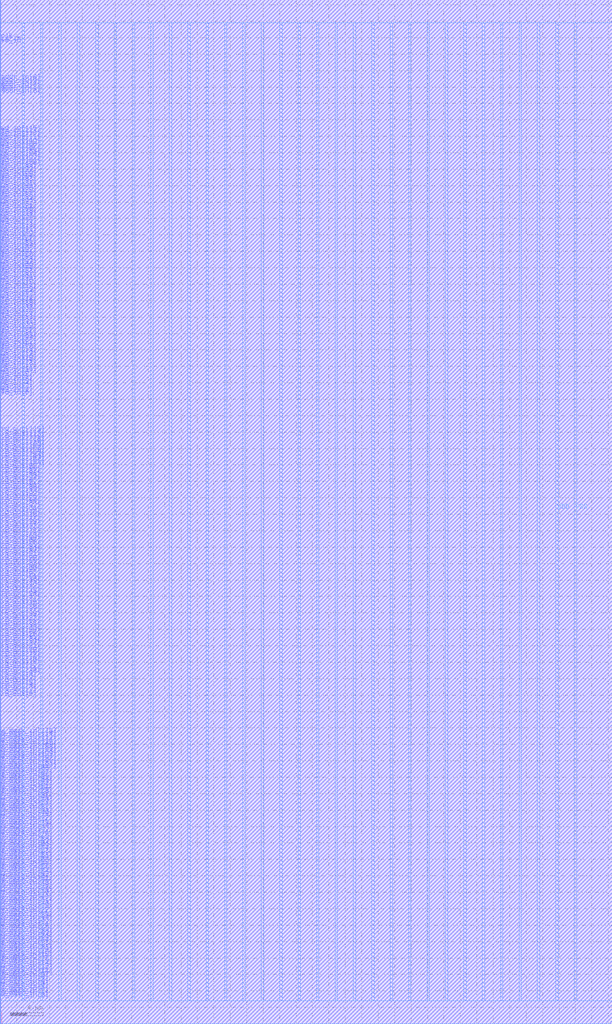
<source format=lef>
VERSION 5.7 ;
BUSBITCHARS "[]" ;
MACRO fakeram45_128x116
  FOREIGN fakeram45_128x116 0 0 ;
  SYMMETRY X Y R90 ;
  SIZE 0.19 BY 1.4 ;
  CLASS BLOCK ;
  PIN w_mask_in[0]
    DIRECTION INPUT ;
    USE SIGNAL ;
    SHAPE ABUTMENT ;
    PORT
      LAYER metal3 ;
      RECT 0.000 2.800 0.070 2.870 ;
    END
  END w_mask_in[0]
  PIN w_mask_in[1]
    DIRECTION INPUT ;
    USE SIGNAL ;
    SHAPE ABUTMENT ;
    PORT
      LAYER metal3 ;
      RECT 0.000 3.080 0.070 3.150 ;
    END
  END w_mask_in[1]
  PIN w_mask_in[2]
    DIRECTION INPUT ;
    USE SIGNAL ;
    SHAPE ABUTMENT ;
    PORT
      LAYER metal3 ;
      RECT 0.000 3.360 0.070 3.430 ;
    END
  END w_mask_in[2]
  PIN w_mask_in[3]
    DIRECTION INPUT ;
    USE SIGNAL ;
    SHAPE ABUTMENT ;
    PORT
      LAYER metal3 ;
      RECT 0.000 3.640 0.070 3.710 ;
    END
  END w_mask_in[3]
  PIN w_mask_in[4]
    DIRECTION INPUT ;
    USE SIGNAL ;
    SHAPE ABUTMENT ;
    PORT
      LAYER metal3 ;
      RECT 0.000 3.920 0.070 3.990 ;
    END
  END w_mask_in[4]
  PIN w_mask_in[5]
    DIRECTION INPUT ;
    USE SIGNAL ;
    SHAPE ABUTMENT ;
    PORT
      LAYER metal3 ;
      RECT 0.000 4.200 0.070 4.270 ;
    END
  END w_mask_in[5]
  PIN w_mask_in[6]
    DIRECTION INPUT ;
    USE SIGNAL ;
    SHAPE ABUTMENT ;
    PORT
      LAYER metal3 ;
      RECT 0.000 4.480 0.070 4.550 ;
    END
  END w_mask_in[6]
  PIN w_mask_in[7]
    DIRECTION INPUT ;
    USE SIGNAL ;
    SHAPE ABUTMENT ;
    PORT
      LAYER metal3 ;
      RECT 0.000 4.760 0.070 4.830 ;
    END
  END w_mask_in[7]
  PIN w_mask_in[8]
    DIRECTION INPUT ;
    USE SIGNAL ;
    SHAPE ABUTMENT ;
    PORT
      LAYER metal3 ;
      RECT 0.000 5.040 0.070 5.110 ;
    END
  END w_mask_in[8]
  PIN w_mask_in[9]
    DIRECTION INPUT ;
    USE SIGNAL ;
    SHAPE ABUTMENT ;
    PORT
      LAYER metal3 ;
      RECT 0.000 5.320 0.070 5.390 ;
    END
  END w_mask_in[9]
  PIN w_mask_in[10]
    DIRECTION INPUT ;
    USE SIGNAL ;
    SHAPE ABUTMENT ;
    PORT
      LAYER metal3 ;
      RECT 0.000 5.600 0.070 5.670 ;
    END
  END w_mask_in[10]
  PIN w_mask_in[11]
    DIRECTION INPUT ;
    USE SIGNAL ;
    SHAPE ABUTMENT ;
    PORT
      LAYER metal3 ;
      RECT 0.000 5.880 0.070 5.950 ;
    END
  END w_mask_in[11]
  PIN w_mask_in[12]
    DIRECTION INPUT ;
    USE SIGNAL ;
    SHAPE ABUTMENT ;
    PORT
      LAYER metal3 ;
      RECT 0.000 6.160 0.070 6.230 ;
    END
  END w_mask_in[12]
  PIN w_mask_in[13]
    DIRECTION INPUT ;
    USE SIGNAL ;
    SHAPE ABUTMENT ;
    PORT
      LAYER metal3 ;
      RECT 0.000 6.440 0.070 6.510 ;
    END
  END w_mask_in[13]
  PIN w_mask_in[14]
    DIRECTION INPUT ;
    USE SIGNAL ;
    SHAPE ABUTMENT ;
    PORT
      LAYER metal3 ;
      RECT 0.000 6.720 0.070 6.790 ;
    END
  END w_mask_in[14]
  PIN w_mask_in[15]
    DIRECTION INPUT ;
    USE SIGNAL ;
    SHAPE ABUTMENT ;
    PORT
      LAYER metal3 ;
      RECT 0.000 7.000 0.070 7.070 ;
    END
  END w_mask_in[15]
  PIN w_mask_in[16]
    DIRECTION INPUT ;
    USE SIGNAL ;
    SHAPE ABUTMENT ;
    PORT
      LAYER metal3 ;
      RECT 0.000 7.280 0.070 7.350 ;
    END
  END w_mask_in[16]
  PIN w_mask_in[17]
    DIRECTION INPUT ;
    USE SIGNAL ;
    SHAPE ABUTMENT ;
    PORT
      LAYER metal3 ;
      RECT 0.000 7.560 0.070 7.630 ;
    END
  END w_mask_in[17]
  PIN w_mask_in[18]
    DIRECTION INPUT ;
    USE SIGNAL ;
    SHAPE ABUTMENT ;
    PORT
      LAYER metal3 ;
      RECT 0.000 7.840 0.070 7.910 ;
    END
  END w_mask_in[18]
  PIN w_mask_in[19]
    DIRECTION INPUT ;
    USE SIGNAL ;
    SHAPE ABUTMENT ;
    PORT
      LAYER metal3 ;
      RECT 0.000 8.120 0.070 8.190 ;
    END
  END w_mask_in[19]
  PIN w_mask_in[20]
    DIRECTION INPUT ;
    USE SIGNAL ;
    SHAPE ABUTMENT ;
    PORT
      LAYER metal3 ;
      RECT 0.000 8.400 0.070 8.470 ;
    END
  END w_mask_in[20]
  PIN w_mask_in[21]
    DIRECTION INPUT ;
    USE SIGNAL ;
    SHAPE ABUTMENT ;
    PORT
      LAYER metal3 ;
      RECT 0.000 8.680 0.070 8.750 ;
    END
  END w_mask_in[21]
  PIN w_mask_in[22]
    DIRECTION INPUT ;
    USE SIGNAL ;
    SHAPE ABUTMENT ;
    PORT
      LAYER metal3 ;
      RECT 0.000 8.960 0.070 9.030 ;
    END
  END w_mask_in[22]
  PIN w_mask_in[23]
    DIRECTION INPUT ;
    USE SIGNAL ;
    SHAPE ABUTMENT ;
    PORT
      LAYER metal3 ;
      RECT 0.000 9.240 0.070 9.310 ;
    END
  END w_mask_in[23]
  PIN w_mask_in[24]
    DIRECTION INPUT ;
    USE SIGNAL ;
    SHAPE ABUTMENT ;
    PORT
      LAYER metal3 ;
      RECT 0.000 9.520 0.070 9.590 ;
    END
  END w_mask_in[24]
  PIN w_mask_in[25]
    DIRECTION INPUT ;
    USE SIGNAL ;
    SHAPE ABUTMENT ;
    PORT
      LAYER metal3 ;
      RECT 0.000 9.800 0.070 9.870 ;
    END
  END w_mask_in[25]
  PIN w_mask_in[26]
    DIRECTION INPUT ;
    USE SIGNAL ;
    SHAPE ABUTMENT ;
    PORT
      LAYER metal3 ;
      RECT 0.000 10.080 0.070 10.150 ;
    END
  END w_mask_in[26]
  PIN w_mask_in[27]
    DIRECTION INPUT ;
    USE SIGNAL ;
    SHAPE ABUTMENT ;
    PORT
      LAYER metal3 ;
      RECT 0.000 10.360 0.070 10.430 ;
    END
  END w_mask_in[27]
  PIN w_mask_in[28]
    DIRECTION INPUT ;
    USE SIGNAL ;
    SHAPE ABUTMENT ;
    PORT
      LAYER metal3 ;
      RECT 0.000 10.640 0.070 10.710 ;
    END
  END w_mask_in[28]
  PIN w_mask_in[29]
    DIRECTION INPUT ;
    USE SIGNAL ;
    SHAPE ABUTMENT ;
    PORT
      LAYER metal3 ;
      RECT 0.000 10.920 0.070 10.990 ;
    END
  END w_mask_in[29]
  PIN w_mask_in[30]
    DIRECTION INPUT ;
    USE SIGNAL ;
    SHAPE ABUTMENT ;
    PORT
      LAYER metal3 ;
      RECT 0.000 11.200 0.070 11.270 ;
    END
  END w_mask_in[30]
  PIN w_mask_in[31]
    DIRECTION INPUT ;
    USE SIGNAL ;
    SHAPE ABUTMENT ;
    PORT
      LAYER metal3 ;
      RECT 0.000 11.480 0.070 11.550 ;
    END
  END w_mask_in[31]
  PIN w_mask_in[32]
    DIRECTION INPUT ;
    USE SIGNAL ;
    SHAPE ABUTMENT ;
    PORT
      LAYER metal3 ;
      RECT 0.000 11.760 0.070 11.830 ;
    END
  END w_mask_in[32]
  PIN w_mask_in[33]
    DIRECTION INPUT ;
    USE SIGNAL ;
    SHAPE ABUTMENT ;
    PORT
      LAYER metal3 ;
      RECT 0.000 12.040 0.070 12.110 ;
    END
  END w_mask_in[33]
  PIN w_mask_in[34]
    DIRECTION INPUT ;
    USE SIGNAL ;
    SHAPE ABUTMENT ;
    PORT
      LAYER metal3 ;
      RECT 0.000 12.320 0.070 12.390 ;
    END
  END w_mask_in[34]
  PIN w_mask_in[35]
    DIRECTION INPUT ;
    USE SIGNAL ;
    SHAPE ABUTMENT ;
    PORT
      LAYER metal3 ;
      RECT 0.000 12.600 0.070 12.670 ;
    END
  END w_mask_in[35]
  PIN w_mask_in[36]
    DIRECTION INPUT ;
    USE SIGNAL ;
    SHAPE ABUTMENT ;
    PORT
      LAYER metal3 ;
      RECT 0.000 12.880 0.070 12.950 ;
    END
  END w_mask_in[36]
  PIN w_mask_in[37]
    DIRECTION INPUT ;
    USE SIGNAL ;
    SHAPE ABUTMENT ;
    PORT
      LAYER metal3 ;
      RECT 0.000 13.160 0.070 13.230 ;
    END
  END w_mask_in[37]
  PIN w_mask_in[38]
    DIRECTION INPUT ;
    USE SIGNAL ;
    SHAPE ABUTMENT ;
    PORT
      LAYER metal3 ;
      RECT 0.000 13.440 0.070 13.510 ;
    END
  END w_mask_in[38]
  PIN w_mask_in[39]
    DIRECTION INPUT ;
    USE SIGNAL ;
    SHAPE ABUTMENT ;
    PORT
      LAYER metal3 ;
      RECT 0.000 13.720 0.070 13.790 ;
    END
  END w_mask_in[39]
  PIN w_mask_in[40]
    DIRECTION INPUT ;
    USE SIGNAL ;
    SHAPE ABUTMENT ;
    PORT
      LAYER metal3 ;
      RECT 0.000 14.000 0.070 14.070 ;
    END
  END w_mask_in[40]
  PIN w_mask_in[41]
    DIRECTION INPUT ;
    USE SIGNAL ;
    SHAPE ABUTMENT ;
    PORT
      LAYER metal3 ;
      RECT 0.000 14.280 0.070 14.350 ;
    END
  END w_mask_in[41]
  PIN w_mask_in[42]
    DIRECTION INPUT ;
    USE SIGNAL ;
    SHAPE ABUTMENT ;
    PORT
      LAYER metal3 ;
      RECT 0.000 14.560 0.070 14.630 ;
    END
  END w_mask_in[42]
  PIN w_mask_in[43]
    DIRECTION INPUT ;
    USE SIGNAL ;
    SHAPE ABUTMENT ;
    PORT
      LAYER metal3 ;
      RECT 0.000 14.840 0.070 14.910 ;
    END
  END w_mask_in[43]
  PIN w_mask_in[44]
    DIRECTION INPUT ;
    USE SIGNAL ;
    SHAPE ABUTMENT ;
    PORT
      LAYER metal3 ;
      RECT 0.000 15.120 0.070 15.190 ;
    END
  END w_mask_in[44]
  PIN w_mask_in[45]
    DIRECTION INPUT ;
    USE SIGNAL ;
    SHAPE ABUTMENT ;
    PORT
      LAYER metal3 ;
      RECT 0.000 15.400 0.070 15.470 ;
    END
  END w_mask_in[45]
  PIN w_mask_in[46]
    DIRECTION INPUT ;
    USE SIGNAL ;
    SHAPE ABUTMENT ;
    PORT
      LAYER metal3 ;
      RECT 0.000 15.680 0.070 15.750 ;
    END
  END w_mask_in[46]
  PIN w_mask_in[47]
    DIRECTION INPUT ;
    USE SIGNAL ;
    SHAPE ABUTMENT ;
    PORT
      LAYER metal3 ;
      RECT 0.000 15.960 0.070 16.030 ;
    END
  END w_mask_in[47]
  PIN w_mask_in[48]
    DIRECTION INPUT ;
    USE SIGNAL ;
    SHAPE ABUTMENT ;
    PORT
      LAYER metal3 ;
      RECT 0.000 16.240 0.070 16.310 ;
    END
  END w_mask_in[48]
  PIN w_mask_in[49]
    DIRECTION INPUT ;
    USE SIGNAL ;
    SHAPE ABUTMENT ;
    PORT
      LAYER metal3 ;
      RECT 0.000 16.520 0.070 16.590 ;
    END
  END w_mask_in[49]
  PIN w_mask_in[50]
    DIRECTION INPUT ;
    USE SIGNAL ;
    SHAPE ABUTMENT ;
    PORT
      LAYER metal3 ;
      RECT 0.000 16.800 0.070 16.870 ;
    END
  END w_mask_in[50]
  PIN w_mask_in[51]
    DIRECTION INPUT ;
    USE SIGNAL ;
    SHAPE ABUTMENT ;
    PORT
      LAYER metal3 ;
      RECT 0.000 17.080 0.070 17.150 ;
    END
  END w_mask_in[51]
  PIN w_mask_in[52]
    DIRECTION INPUT ;
    USE SIGNAL ;
    SHAPE ABUTMENT ;
    PORT
      LAYER metal3 ;
      RECT 0.000 17.360 0.070 17.430 ;
    END
  END w_mask_in[52]
  PIN w_mask_in[53]
    DIRECTION INPUT ;
    USE SIGNAL ;
    SHAPE ABUTMENT ;
    PORT
      LAYER metal3 ;
      RECT 0.000 17.640 0.070 17.710 ;
    END
  END w_mask_in[53]
  PIN w_mask_in[54]
    DIRECTION INPUT ;
    USE SIGNAL ;
    SHAPE ABUTMENT ;
    PORT
      LAYER metal3 ;
      RECT 0.000 17.920 0.070 17.990 ;
    END
  END w_mask_in[54]
  PIN w_mask_in[55]
    DIRECTION INPUT ;
    USE SIGNAL ;
    SHAPE ABUTMENT ;
    PORT
      LAYER metal3 ;
      RECT 0.000 18.200 0.070 18.270 ;
    END
  END w_mask_in[55]
  PIN w_mask_in[56]
    DIRECTION INPUT ;
    USE SIGNAL ;
    SHAPE ABUTMENT ;
    PORT
      LAYER metal3 ;
      RECT 0.000 18.480 0.070 18.550 ;
    END
  END w_mask_in[56]
  PIN w_mask_in[57]
    DIRECTION INPUT ;
    USE SIGNAL ;
    SHAPE ABUTMENT ;
    PORT
      LAYER metal3 ;
      RECT 0.000 18.760 0.070 18.830 ;
    END
  END w_mask_in[57]
  PIN w_mask_in[58]
    DIRECTION INPUT ;
    USE SIGNAL ;
    SHAPE ABUTMENT ;
    PORT
      LAYER metal3 ;
      RECT 0.000 19.040 0.070 19.110 ;
    END
  END w_mask_in[58]
  PIN w_mask_in[59]
    DIRECTION INPUT ;
    USE SIGNAL ;
    SHAPE ABUTMENT ;
    PORT
      LAYER metal3 ;
      RECT 0.000 19.320 0.070 19.390 ;
    END
  END w_mask_in[59]
  PIN w_mask_in[60]
    DIRECTION INPUT ;
    USE SIGNAL ;
    SHAPE ABUTMENT ;
    PORT
      LAYER metal3 ;
      RECT 0.000 19.600 0.070 19.670 ;
    END
  END w_mask_in[60]
  PIN w_mask_in[61]
    DIRECTION INPUT ;
    USE SIGNAL ;
    SHAPE ABUTMENT ;
    PORT
      LAYER metal3 ;
      RECT 0.000 19.880 0.070 19.950 ;
    END
  END w_mask_in[61]
  PIN w_mask_in[62]
    DIRECTION INPUT ;
    USE SIGNAL ;
    SHAPE ABUTMENT ;
    PORT
      LAYER metal3 ;
      RECT 0.000 20.160 0.070 20.230 ;
    END
  END w_mask_in[62]
  PIN w_mask_in[63]
    DIRECTION INPUT ;
    USE SIGNAL ;
    SHAPE ABUTMENT ;
    PORT
      LAYER metal3 ;
      RECT 0.000 20.440 0.070 20.510 ;
    END
  END w_mask_in[63]
  PIN w_mask_in[64]
    DIRECTION INPUT ;
    USE SIGNAL ;
    SHAPE ABUTMENT ;
    PORT
      LAYER metal3 ;
      RECT 0.000 20.720 0.070 20.790 ;
    END
  END w_mask_in[64]
  PIN w_mask_in[65]
    DIRECTION INPUT ;
    USE SIGNAL ;
    SHAPE ABUTMENT ;
    PORT
      LAYER metal3 ;
      RECT 0.000 21.000 0.070 21.070 ;
    END
  END w_mask_in[65]
  PIN w_mask_in[66]
    DIRECTION INPUT ;
    USE SIGNAL ;
    SHAPE ABUTMENT ;
    PORT
      LAYER metal3 ;
      RECT 0.000 21.280 0.070 21.350 ;
    END
  END w_mask_in[66]
  PIN w_mask_in[67]
    DIRECTION INPUT ;
    USE SIGNAL ;
    SHAPE ABUTMENT ;
    PORT
      LAYER metal3 ;
      RECT 0.000 21.560 0.070 21.630 ;
    END
  END w_mask_in[67]
  PIN w_mask_in[68]
    DIRECTION INPUT ;
    USE SIGNAL ;
    SHAPE ABUTMENT ;
    PORT
      LAYER metal3 ;
      RECT 0.000 21.840 0.070 21.910 ;
    END
  END w_mask_in[68]
  PIN w_mask_in[69]
    DIRECTION INPUT ;
    USE SIGNAL ;
    SHAPE ABUTMENT ;
    PORT
      LAYER metal3 ;
      RECT 0.000 22.120 0.070 22.190 ;
    END
  END w_mask_in[69]
  PIN w_mask_in[70]
    DIRECTION INPUT ;
    USE SIGNAL ;
    SHAPE ABUTMENT ;
    PORT
      LAYER metal3 ;
      RECT 0.000 22.400 0.070 22.470 ;
    END
  END w_mask_in[70]
  PIN w_mask_in[71]
    DIRECTION INPUT ;
    USE SIGNAL ;
    SHAPE ABUTMENT ;
    PORT
      LAYER metal3 ;
      RECT 0.000 22.680 0.070 22.750 ;
    END
  END w_mask_in[71]
  PIN w_mask_in[72]
    DIRECTION INPUT ;
    USE SIGNAL ;
    SHAPE ABUTMENT ;
    PORT
      LAYER metal3 ;
      RECT 0.000 22.960 0.070 23.030 ;
    END
  END w_mask_in[72]
  PIN w_mask_in[73]
    DIRECTION INPUT ;
    USE SIGNAL ;
    SHAPE ABUTMENT ;
    PORT
      LAYER metal3 ;
      RECT 0.000 23.240 0.070 23.310 ;
    END
  END w_mask_in[73]
  PIN w_mask_in[74]
    DIRECTION INPUT ;
    USE SIGNAL ;
    SHAPE ABUTMENT ;
    PORT
      LAYER metal3 ;
      RECT 0.000 23.520 0.070 23.590 ;
    END
  END w_mask_in[74]
  PIN w_mask_in[75]
    DIRECTION INPUT ;
    USE SIGNAL ;
    SHAPE ABUTMENT ;
    PORT
      LAYER metal3 ;
      RECT 0.000 23.800 0.070 23.870 ;
    END
  END w_mask_in[75]
  PIN w_mask_in[76]
    DIRECTION INPUT ;
    USE SIGNAL ;
    SHAPE ABUTMENT ;
    PORT
      LAYER metal3 ;
      RECT 0.000 24.080 0.070 24.150 ;
    END
  END w_mask_in[76]
  PIN w_mask_in[77]
    DIRECTION INPUT ;
    USE SIGNAL ;
    SHAPE ABUTMENT ;
    PORT
      LAYER metal3 ;
      RECT 0.000 24.360 0.070 24.430 ;
    END
  END w_mask_in[77]
  PIN w_mask_in[78]
    DIRECTION INPUT ;
    USE SIGNAL ;
    SHAPE ABUTMENT ;
    PORT
      LAYER metal3 ;
      RECT 0.000 24.640 0.070 24.710 ;
    END
  END w_mask_in[78]
  PIN w_mask_in[79]
    DIRECTION INPUT ;
    USE SIGNAL ;
    SHAPE ABUTMENT ;
    PORT
      LAYER metal3 ;
      RECT 0.000 24.920 0.070 24.990 ;
    END
  END w_mask_in[79]
  PIN w_mask_in[80]
    DIRECTION INPUT ;
    USE SIGNAL ;
    SHAPE ABUTMENT ;
    PORT
      LAYER metal3 ;
      RECT 0.000 25.200 0.070 25.270 ;
    END
  END w_mask_in[80]
  PIN w_mask_in[81]
    DIRECTION INPUT ;
    USE SIGNAL ;
    SHAPE ABUTMENT ;
    PORT
      LAYER metal3 ;
      RECT 0.000 25.480 0.070 25.550 ;
    END
  END w_mask_in[81]
  PIN w_mask_in[82]
    DIRECTION INPUT ;
    USE SIGNAL ;
    SHAPE ABUTMENT ;
    PORT
      LAYER metal3 ;
      RECT 0.000 25.760 0.070 25.830 ;
    END
  END w_mask_in[82]
  PIN w_mask_in[83]
    DIRECTION INPUT ;
    USE SIGNAL ;
    SHAPE ABUTMENT ;
    PORT
      LAYER metal3 ;
      RECT 0.000 26.040 0.070 26.110 ;
    END
  END w_mask_in[83]
  PIN w_mask_in[84]
    DIRECTION INPUT ;
    USE SIGNAL ;
    SHAPE ABUTMENT ;
    PORT
      LAYER metal3 ;
      RECT 0.000 26.320 0.070 26.390 ;
    END
  END w_mask_in[84]
  PIN w_mask_in[85]
    DIRECTION INPUT ;
    USE SIGNAL ;
    SHAPE ABUTMENT ;
    PORT
      LAYER metal3 ;
      RECT 0.000 26.600 0.070 26.670 ;
    END
  END w_mask_in[85]
  PIN w_mask_in[86]
    DIRECTION INPUT ;
    USE SIGNAL ;
    SHAPE ABUTMENT ;
    PORT
      LAYER metal3 ;
      RECT 0.000 26.880 0.070 26.950 ;
    END
  END w_mask_in[86]
  PIN w_mask_in[87]
    DIRECTION INPUT ;
    USE SIGNAL ;
    SHAPE ABUTMENT ;
    PORT
      LAYER metal3 ;
      RECT 0.000 27.160 0.070 27.230 ;
    END
  END w_mask_in[87]
  PIN w_mask_in[88]
    DIRECTION INPUT ;
    USE SIGNAL ;
    SHAPE ABUTMENT ;
    PORT
      LAYER metal3 ;
      RECT 0.000 27.440 0.070 27.510 ;
    END
  END w_mask_in[88]
  PIN w_mask_in[89]
    DIRECTION INPUT ;
    USE SIGNAL ;
    SHAPE ABUTMENT ;
    PORT
      LAYER metal3 ;
      RECT 0.000 27.720 0.070 27.790 ;
    END
  END w_mask_in[89]
  PIN w_mask_in[90]
    DIRECTION INPUT ;
    USE SIGNAL ;
    SHAPE ABUTMENT ;
    PORT
      LAYER metal3 ;
      RECT 0.000 28.000 0.070 28.070 ;
    END
  END w_mask_in[90]
  PIN w_mask_in[91]
    DIRECTION INPUT ;
    USE SIGNAL ;
    SHAPE ABUTMENT ;
    PORT
      LAYER metal3 ;
      RECT 0.000 28.280 0.070 28.350 ;
    END
  END w_mask_in[91]
  PIN w_mask_in[92]
    DIRECTION INPUT ;
    USE SIGNAL ;
    SHAPE ABUTMENT ;
    PORT
      LAYER metal3 ;
      RECT 0.000 28.560 0.070 28.630 ;
    END
  END w_mask_in[92]
  PIN w_mask_in[93]
    DIRECTION INPUT ;
    USE SIGNAL ;
    SHAPE ABUTMENT ;
    PORT
      LAYER metal3 ;
      RECT 0.000 28.840 0.070 28.910 ;
    END
  END w_mask_in[93]
  PIN w_mask_in[94]
    DIRECTION INPUT ;
    USE SIGNAL ;
    SHAPE ABUTMENT ;
    PORT
      LAYER metal3 ;
      RECT 0.000 29.120 0.070 29.190 ;
    END
  END w_mask_in[94]
  PIN w_mask_in[95]
    DIRECTION INPUT ;
    USE SIGNAL ;
    SHAPE ABUTMENT ;
    PORT
      LAYER metal3 ;
      RECT 0.000 29.400 0.070 29.470 ;
    END
  END w_mask_in[95]
  PIN w_mask_in[96]
    DIRECTION INPUT ;
    USE SIGNAL ;
    SHAPE ABUTMENT ;
    PORT
      LAYER metal3 ;
      RECT 0.000 29.680 0.070 29.750 ;
    END
  END w_mask_in[96]
  PIN w_mask_in[97]
    DIRECTION INPUT ;
    USE SIGNAL ;
    SHAPE ABUTMENT ;
    PORT
      LAYER metal3 ;
      RECT 0.000 29.960 0.070 30.030 ;
    END
  END w_mask_in[97]
  PIN w_mask_in[98]
    DIRECTION INPUT ;
    USE SIGNAL ;
    SHAPE ABUTMENT ;
    PORT
      LAYER metal3 ;
      RECT 0.000 30.240 0.070 30.310 ;
    END
  END w_mask_in[98]
  PIN w_mask_in[99]
    DIRECTION INPUT ;
    USE SIGNAL ;
    SHAPE ABUTMENT ;
    PORT
      LAYER metal3 ;
      RECT 0.000 30.520 0.070 30.590 ;
    END
  END w_mask_in[99]
  PIN w_mask_in[100]
    DIRECTION INPUT ;
    USE SIGNAL ;
    SHAPE ABUTMENT ;
    PORT
      LAYER metal3 ;
      RECT 0.000 30.800 0.070 30.870 ;
    END
  END w_mask_in[100]
  PIN w_mask_in[101]
    DIRECTION INPUT ;
    USE SIGNAL ;
    SHAPE ABUTMENT ;
    PORT
      LAYER metal3 ;
      RECT 0.000 31.080 0.070 31.150 ;
    END
  END w_mask_in[101]
  PIN w_mask_in[102]
    DIRECTION INPUT ;
    USE SIGNAL ;
    SHAPE ABUTMENT ;
    PORT
      LAYER metal3 ;
      RECT 0.000 31.360 0.070 31.430 ;
    END
  END w_mask_in[102]
  PIN w_mask_in[103]
    DIRECTION INPUT ;
    USE SIGNAL ;
    SHAPE ABUTMENT ;
    PORT
      LAYER metal3 ;
      RECT 0.000 31.640 0.070 31.710 ;
    END
  END w_mask_in[103]
  PIN w_mask_in[104]
    DIRECTION INPUT ;
    USE SIGNAL ;
    SHAPE ABUTMENT ;
    PORT
      LAYER metal3 ;
      RECT 0.000 31.920 0.070 31.990 ;
    END
  END w_mask_in[104]
  PIN w_mask_in[105]
    DIRECTION INPUT ;
    USE SIGNAL ;
    SHAPE ABUTMENT ;
    PORT
      LAYER metal3 ;
      RECT 0.000 32.200 0.070 32.270 ;
    END
  END w_mask_in[105]
  PIN w_mask_in[106]
    DIRECTION INPUT ;
    USE SIGNAL ;
    SHAPE ABUTMENT ;
    PORT
      LAYER metal3 ;
      RECT 0.000 32.480 0.070 32.550 ;
    END
  END w_mask_in[106]
  PIN w_mask_in[107]
    DIRECTION INPUT ;
    USE SIGNAL ;
    SHAPE ABUTMENT ;
    PORT
      LAYER metal3 ;
      RECT 0.000 32.760 0.070 32.830 ;
    END
  END w_mask_in[107]
  PIN w_mask_in[108]
    DIRECTION INPUT ;
    USE SIGNAL ;
    SHAPE ABUTMENT ;
    PORT
      LAYER metal3 ;
      RECT 0.000 33.040 0.070 33.110 ;
    END
  END w_mask_in[108]
  PIN w_mask_in[109]
    DIRECTION INPUT ;
    USE SIGNAL ;
    SHAPE ABUTMENT ;
    PORT
      LAYER metal3 ;
      RECT 0.000 33.320 0.070 33.390 ;
    END
  END w_mask_in[109]
  PIN w_mask_in[110]
    DIRECTION INPUT ;
    USE SIGNAL ;
    SHAPE ABUTMENT ;
    PORT
      LAYER metal3 ;
      RECT 0.000 33.600 0.070 33.670 ;
    END
  END w_mask_in[110]
  PIN w_mask_in[111]
    DIRECTION INPUT ;
    USE SIGNAL ;
    SHAPE ABUTMENT ;
    PORT
      LAYER metal3 ;
      RECT 0.000 33.880 0.070 33.950 ;
    END
  END w_mask_in[111]
  PIN w_mask_in[112]
    DIRECTION INPUT ;
    USE SIGNAL ;
    SHAPE ABUTMENT ;
    PORT
      LAYER metal3 ;
      RECT 0.000 34.160 0.070 34.230 ;
    END
  END w_mask_in[112]
  PIN w_mask_in[113]
    DIRECTION INPUT ;
    USE SIGNAL ;
    SHAPE ABUTMENT ;
    PORT
      LAYER metal3 ;
      RECT 0.000 34.440 0.070 34.510 ;
    END
  END w_mask_in[113]
  PIN w_mask_in[114]
    DIRECTION INPUT ;
    USE SIGNAL ;
    SHAPE ABUTMENT ;
    PORT
      LAYER metal3 ;
      RECT 0.000 34.720 0.070 34.790 ;
    END
  END w_mask_in[114]
  PIN w_mask_in[115]
    DIRECTION INPUT ;
    USE SIGNAL ;
    SHAPE ABUTMENT ;
    PORT
      LAYER metal3 ;
      RECT 0.000 35.000 0.070 35.070 ;
    END
  END w_mask_in[115]
  PIN rd_out[0]
    DIRECTION OUTPUT ;
    USE SIGNAL ;
    SHAPE ABUTMENT ;
    PORT
      LAYER metal3 ;
      RECT 0.000 39.480 0.070 39.550 ;
    END
  END rd_out[0]
  PIN rd_out[1]
    DIRECTION OUTPUT ;
    USE SIGNAL ;
    SHAPE ABUTMENT ;
    PORT
      LAYER metal3 ;
      RECT 0.000 39.760 0.070 39.830 ;
    END
  END rd_out[1]
  PIN rd_out[2]
    DIRECTION OUTPUT ;
    USE SIGNAL ;
    SHAPE ABUTMENT ;
    PORT
      LAYER metal3 ;
      RECT 0.000 40.040 0.070 40.110 ;
    END
  END rd_out[2]
  PIN rd_out[3]
    DIRECTION OUTPUT ;
    USE SIGNAL ;
    SHAPE ABUTMENT ;
    PORT
      LAYER metal3 ;
      RECT 0.000 40.320 0.070 40.390 ;
    END
  END rd_out[3]
  PIN rd_out[4]
    DIRECTION OUTPUT ;
    USE SIGNAL ;
    SHAPE ABUTMENT ;
    PORT
      LAYER metal3 ;
      RECT 0.000 40.600 0.070 40.670 ;
    END
  END rd_out[4]
  PIN rd_out[5]
    DIRECTION OUTPUT ;
    USE SIGNAL ;
    SHAPE ABUTMENT ;
    PORT
      LAYER metal3 ;
      RECT 0.000 40.880 0.070 40.950 ;
    END
  END rd_out[5]
  PIN rd_out[6]
    DIRECTION OUTPUT ;
    USE SIGNAL ;
    SHAPE ABUTMENT ;
    PORT
      LAYER metal3 ;
      RECT 0.000 41.160 0.070 41.230 ;
    END
  END rd_out[6]
  PIN rd_out[7]
    DIRECTION OUTPUT ;
    USE SIGNAL ;
    SHAPE ABUTMENT ;
    PORT
      LAYER metal3 ;
      RECT 0.000 41.440 0.070 41.510 ;
    END
  END rd_out[7]
  PIN rd_out[8]
    DIRECTION OUTPUT ;
    USE SIGNAL ;
    SHAPE ABUTMENT ;
    PORT
      LAYER metal3 ;
      RECT 0.000 41.720 0.070 41.790 ;
    END
  END rd_out[8]
  PIN rd_out[9]
    DIRECTION OUTPUT ;
    USE SIGNAL ;
    SHAPE ABUTMENT ;
    PORT
      LAYER metal3 ;
      RECT 0.000 42.000 0.070 42.070 ;
    END
  END rd_out[9]
  PIN rd_out[10]
    DIRECTION OUTPUT ;
    USE SIGNAL ;
    SHAPE ABUTMENT ;
    PORT
      LAYER metal3 ;
      RECT 0.000 42.280 0.070 42.350 ;
    END
  END rd_out[10]
  PIN rd_out[11]
    DIRECTION OUTPUT ;
    USE SIGNAL ;
    SHAPE ABUTMENT ;
    PORT
      LAYER metal3 ;
      RECT 0.000 42.560 0.070 42.630 ;
    END
  END rd_out[11]
  PIN rd_out[12]
    DIRECTION OUTPUT ;
    USE SIGNAL ;
    SHAPE ABUTMENT ;
    PORT
      LAYER metal3 ;
      RECT 0.000 42.840 0.070 42.910 ;
    END
  END rd_out[12]
  PIN rd_out[13]
    DIRECTION OUTPUT ;
    USE SIGNAL ;
    SHAPE ABUTMENT ;
    PORT
      LAYER metal3 ;
      RECT 0.000 43.120 0.070 43.190 ;
    END
  END rd_out[13]
  PIN rd_out[14]
    DIRECTION OUTPUT ;
    USE SIGNAL ;
    SHAPE ABUTMENT ;
    PORT
      LAYER metal3 ;
      RECT 0.000 43.400 0.070 43.470 ;
    END
  END rd_out[14]
  PIN rd_out[15]
    DIRECTION OUTPUT ;
    USE SIGNAL ;
    SHAPE ABUTMENT ;
    PORT
      LAYER metal3 ;
      RECT 0.000 43.680 0.070 43.750 ;
    END
  END rd_out[15]
  PIN rd_out[16]
    DIRECTION OUTPUT ;
    USE SIGNAL ;
    SHAPE ABUTMENT ;
    PORT
      LAYER metal3 ;
      RECT 0.000 43.960 0.070 44.030 ;
    END
  END rd_out[16]
  PIN rd_out[17]
    DIRECTION OUTPUT ;
    USE SIGNAL ;
    SHAPE ABUTMENT ;
    PORT
      LAYER metal3 ;
      RECT 0.000 44.240 0.070 44.310 ;
    END
  END rd_out[17]
  PIN rd_out[18]
    DIRECTION OUTPUT ;
    USE SIGNAL ;
    SHAPE ABUTMENT ;
    PORT
      LAYER metal3 ;
      RECT 0.000 44.520 0.070 44.590 ;
    END
  END rd_out[18]
  PIN rd_out[19]
    DIRECTION OUTPUT ;
    USE SIGNAL ;
    SHAPE ABUTMENT ;
    PORT
      LAYER metal3 ;
      RECT 0.000 44.800 0.070 44.870 ;
    END
  END rd_out[19]
  PIN rd_out[20]
    DIRECTION OUTPUT ;
    USE SIGNAL ;
    SHAPE ABUTMENT ;
    PORT
      LAYER metal3 ;
      RECT 0.000 45.080 0.070 45.150 ;
    END
  END rd_out[20]
  PIN rd_out[21]
    DIRECTION OUTPUT ;
    USE SIGNAL ;
    SHAPE ABUTMENT ;
    PORT
      LAYER metal3 ;
      RECT 0.000 45.360 0.070 45.430 ;
    END
  END rd_out[21]
  PIN rd_out[22]
    DIRECTION OUTPUT ;
    USE SIGNAL ;
    SHAPE ABUTMENT ;
    PORT
      LAYER metal3 ;
      RECT 0.000 45.640 0.070 45.710 ;
    END
  END rd_out[22]
  PIN rd_out[23]
    DIRECTION OUTPUT ;
    USE SIGNAL ;
    SHAPE ABUTMENT ;
    PORT
      LAYER metal3 ;
      RECT 0.000 45.920 0.070 45.990 ;
    END
  END rd_out[23]
  PIN rd_out[24]
    DIRECTION OUTPUT ;
    USE SIGNAL ;
    SHAPE ABUTMENT ;
    PORT
      LAYER metal3 ;
      RECT 0.000 46.200 0.070 46.270 ;
    END
  END rd_out[24]
  PIN rd_out[25]
    DIRECTION OUTPUT ;
    USE SIGNAL ;
    SHAPE ABUTMENT ;
    PORT
      LAYER metal3 ;
      RECT 0.000 46.480 0.070 46.550 ;
    END
  END rd_out[25]
  PIN rd_out[26]
    DIRECTION OUTPUT ;
    USE SIGNAL ;
    SHAPE ABUTMENT ;
    PORT
      LAYER metal3 ;
      RECT 0.000 46.760 0.070 46.830 ;
    END
  END rd_out[26]
  PIN rd_out[27]
    DIRECTION OUTPUT ;
    USE SIGNAL ;
    SHAPE ABUTMENT ;
    PORT
      LAYER metal3 ;
      RECT 0.000 47.040 0.070 47.110 ;
    END
  END rd_out[27]
  PIN rd_out[28]
    DIRECTION OUTPUT ;
    USE SIGNAL ;
    SHAPE ABUTMENT ;
    PORT
      LAYER metal3 ;
      RECT 0.000 47.320 0.070 47.390 ;
    END
  END rd_out[28]
  PIN rd_out[29]
    DIRECTION OUTPUT ;
    USE SIGNAL ;
    SHAPE ABUTMENT ;
    PORT
      LAYER metal3 ;
      RECT 0.000 47.600 0.070 47.670 ;
    END
  END rd_out[29]
  PIN rd_out[30]
    DIRECTION OUTPUT ;
    USE SIGNAL ;
    SHAPE ABUTMENT ;
    PORT
      LAYER metal3 ;
      RECT 0.000 47.880 0.070 47.950 ;
    END
  END rd_out[30]
  PIN rd_out[31]
    DIRECTION OUTPUT ;
    USE SIGNAL ;
    SHAPE ABUTMENT ;
    PORT
      LAYER metal3 ;
      RECT 0.000 48.160 0.070 48.230 ;
    END
  END rd_out[31]
  PIN rd_out[32]
    DIRECTION OUTPUT ;
    USE SIGNAL ;
    SHAPE ABUTMENT ;
    PORT
      LAYER metal3 ;
      RECT 0.000 48.440 0.070 48.510 ;
    END
  END rd_out[32]
  PIN rd_out[33]
    DIRECTION OUTPUT ;
    USE SIGNAL ;
    SHAPE ABUTMENT ;
    PORT
      LAYER metal3 ;
      RECT 0.000 48.720 0.070 48.790 ;
    END
  END rd_out[33]
  PIN rd_out[34]
    DIRECTION OUTPUT ;
    USE SIGNAL ;
    SHAPE ABUTMENT ;
    PORT
      LAYER metal3 ;
      RECT 0.000 49.000 0.070 49.070 ;
    END
  END rd_out[34]
  PIN rd_out[35]
    DIRECTION OUTPUT ;
    USE SIGNAL ;
    SHAPE ABUTMENT ;
    PORT
      LAYER metal3 ;
      RECT 0.000 49.280 0.070 49.350 ;
    END
  END rd_out[35]
  PIN rd_out[36]
    DIRECTION OUTPUT ;
    USE SIGNAL ;
    SHAPE ABUTMENT ;
    PORT
      LAYER metal3 ;
      RECT 0.000 49.560 0.070 49.630 ;
    END
  END rd_out[36]
  PIN rd_out[37]
    DIRECTION OUTPUT ;
    USE SIGNAL ;
    SHAPE ABUTMENT ;
    PORT
      LAYER metal3 ;
      RECT 0.000 49.840 0.070 49.910 ;
    END
  END rd_out[37]
  PIN rd_out[38]
    DIRECTION OUTPUT ;
    USE SIGNAL ;
    SHAPE ABUTMENT ;
    PORT
      LAYER metal3 ;
      RECT 0.000 50.120 0.070 50.190 ;
    END
  END rd_out[38]
  PIN rd_out[39]
    DIRECTION OUTPUT ;
    USE SIGNAL ;
    SHAPE ABUTMENT ;
    PORT
      LAYER metal3 ;
      RECT 0.000 50.400 0.070 50.470 ;
    END
  END rd_out[39]
  PIN rd_out[40]
    DIRECTION OUTPUT ;
    USE SIGNAL ;
    SHAPE ABUTMENT ;
    PORT
      LAYER metal3 ;
      RECT 0.000 50.680 0.070 50.750 ;
    END
  END rd_out[40]
  PIN rd_out[41]
    DIRECTION OUTPUT ;
    USE SIGNAL ;
    SHAPE ABUTMENT ;
    PORT
      LAYER metal3 ;
      RECT 0.000 50.960 0.070 51.030 ;
    END
  END rd_out[41]
  PIN rd_out[42]
    DIRECTION OUTPUT ;
    USE SIGNAL ;
    SHAPE ABUTMENT ;
    PORT
      LAYER metal3 ;
      RECT 0.000 51.240 0.070 51.310 ;
    END
  END rd_out[42]
  PIN rd_out[43]
    DIRECTION OUTPUT ;
    USE SIGNAL ;
    SHAPE ABUTMENT ;
    PORT
      LAYER metal3 ;
      RECT 0.000 51.520 0.070 51.590 ;
    END
  END rd_out[43]
  PIN rd_out[44]
    DIRECTION OUTPUT ;
    USE SIGNAL ;
    SHAPE ABUTMENT ;
    PORT
      LAYER metal3 ;
      RECT 0.000 51.800 0.070 51.870 ;
    END
  END rd_out[44]
  PIN rd_out[45]
    DIRECTION OUTPUT ;
    USE SIGNAL ;
    SHAPE ABUTMENT ;
    PORT
      LAYER metal3 ;
      RECT 0.000 52.080 0.070 52.150 ;
    END
  END rd_out[45]
  PIN rd_out[46]
    DIRECTION OUTPUT ;
    USE SIGNAL ;
    SHAPE ABUTMENT ;
    PORT
      LAYER metal3 ;
      RECT 0.000 52.360 0.070 52.430 ;
    END
  END rd_out[46]
  PIN rd_out[47]
    DIRECTION OUTPUT ;
    USE SIGNAL ;
    SHAPE ABUTMENT ;
    PORT
      LAYER metal3 ;
      RECT 0.000 52.640 0.070 52.710 ;
    END
  END rd_out[47]
  PIN rd_out[48]
    DIRECTION OUTPUT ;
    USE SIGNAL ;
    SHAPE ABUTMENT ;
    PORT
      LAYER metal3 ;
      RECT 0.000 52.920 0.070 52.990 ;
    END
  END rd_out[48]
  PIN rd_out[49]
    DIRECTION OUTPUT ;
    USE SIGNAL ;
    SHAPE ABUTMENT ;
    PORT
      LAYER metal3 ;
      RECT 0.000 53.200 0.070 53.270 ;
    END
  END rd_out[49]
  PIN rd_out[50]
    DIRECTION OUTPUT ;
    USE SIGNAL ;
    SHAPE ABUTMENT ;
    PORT
      LAYER metal3 ;
      RECT 0.000 53.480 0.070 53.550 ;
    END
  END rd_out[50]
  PIN rd_out[51]
    DIRECTION OUTPUT ;
    USE SIGNAL ;
    SHAPE ABUTMENT ;
    PORT
      LAYER metal3 ;
      RECT 0.000 53.760 0.070 53.830 ;
    END
  END rd_out[51]
  PIN rd_out[52]
    DIRECTION OUTPUT ;
    USE SIGNAL ;
    SHAPE ABUTMENT ;
    PORT
      LAYER metal3 ;
      RECT 0.000 54.040 0.070 54.110 ;
    END
  END rd_out[52]
  PIN rd_out[53]
    DIRECTION OUTPUT ;
    USE SIGNAL ;
    SHAPE ABUTMENT ;
    PORT
      LAYER metal3 ;
      RECT 0.000 54.320 0.070 54.390 ;
    END
  END rd_out[53]
  PIN rd_out[54]
    DIRECTION OUTPUT ;
    USE SIGNAL ;
    SHAPE ABUTMENT ;
    PORT
      LAYER metal3 ;
      RECT 0.000 54.600 0.070 54.670 ;
    END
  END rd_out[54]
  PIN rd_out[55]
    DIRECTION OUTPUT ;
    USE SIGNAL ;
    SHAPE ABUTMENT ;
    PORT
      LAYER metal3 ;
      RECT 0.000 54.880 0.070 54.950 ;
    END
  END rd_out[55]
  PIN rd_out[56]
    DIRECTION OUTPUT ;
    USE SIGNAL ;
    SHAPE ABUTMENT ;
    PORT
      LAYER metal3 ;
      RECT 0.000 55.160 0.070 55.230 ;
    END
  END rd_out[56]
  PIN rd_out[57]
    DIRECTION OUTPUT ;
    USE SIGNAL ;
    SHAPE ABUTMENT ;
    PORT
      LAYER metal3 ;
      RECT 0.000 55.440 0.070 55.510 ;
    END
  END rd_out[57]
  PIN rd_out[58]
    DIRECTION OUTPUT ;
    USE SIGNAL ;
    SHAPE ABUTMENT ;
    PORT
      LAYER metal3 ;
      RECT 0.000 55.720 0.070 55.790 ;
    END
  END rd_out[58]
  PIN rd_out[59]
    DIRECTION OUTPUT ;
    USE SIGNAL ;
    SHAPE ABUTMENT ;
    PORT
      LAYER metal3 ;
      RECT 0.000 56.000 0.070 56.070 ;
    END
  END rd_out[59]
  PIN rd_out[60]
    DIRECTION OUTPUT ;
    USE SIGNAL ;
    SHAPE ABUTMENT ;
    PORT
      LAYER metal3 ;
      RECT 0.000 56.280 0.070 56.350 ;
    END
  END rd_out[60]
  PIN rd_out[61]
    DIRECTION OUTPUT ;
    USE SIGNAL ;
    SHAPE ABUTMENT ;
    PORT
      LAYER metal3 ;
      RECT 0.000 56.560 0.070 56.630 ;
    END
  END rd_out[61]
  PIN rd_out[62]
    DIRECTION OUTPUT ;
    USE SIGNAL ;
    SHAPE ABUTMENT ;
    PORT
      LAYER metal3 ;
      RECT 0.000 56.840 0.070 56.910 ;
    END
  END rd_out[62]
  PIN rd_out[63]
    DIRECTION OUTPUT ;
    USE SIGNAL ;
    SHAPE ABUTMENT ;
    PORT
      LAYER metal3 ;
      RECT 0.000 57.120 0.070 57.190 ;
    END
  END rd_out[63]
  PIN rd_out[64]
    DIRECTION OUTPUT ;
    USE SIGNAL ;
    SHAPE ABUTMENT ;
    PORT
      LAYER metal3 ;
      RECT 0.000 57.400 0.070 57.470 ;
    END
  END rd_out[64]
  PIN rd_out[65]
    DIRECTION OUTPUT ;
    USE SIGNAL ;
    SHAPE ABUTMENT ;
    PORT
      LAYER metal3 ;
      RECT 0.000 57.680 0.070 57.750 ;
    END
  END rd_out[65]
  PIN rd_out[66]
    DIRECTION OUTPUT ;
    USE SIGNAL ;
    SHAPE ABUTMENT ;
    PORT
      LAYER metal3 ;
      RECT 0.000 57.960 0.070 58.030 ;
    END
  END rd_out[66]
  PIN rd_out[67]
    DIRECTION OUTPUT ;
    USE SIGNAL ;
    SHAPE ABUTMENT ;
    PORT
      LAYER metal3 ;
      RECT 0.000 58.240 0.070 58.310 ;
    END
  END rd_out[67]
  PIN rd_out[68]
    DIRECTION OUTPUT ;
    USE SIGNAL ;
    SHAPE ABUTMENT ;
    PORT
      LAYER metal3 ;
      RECT 0.000 58.520 0.070 58.590 ;
    END
  END rd_out[68]
  PIN rd_out[69]
    DIRECTION OUTPUT ;
    USE SIGNAL ;
    SHAPE ABUTMENT ;
    PORT
      LAYER metal3 ;
      RECT 0.000 58.800 0.070 58.870 ;
    END
  END rd_out[69]
  PIN rd_out[70]
    DIRECTION OUTPUT ;
    USE SIGNAL ;
    SHAPE ABUTMENT ;
    PORT
      LAYER metal3 ;
      RECT 0.000 59.080 0.070 59.150 ;
    END
  END rd_out[70]
  PIN rd_out[71]
    DIRECTION OUTPUT ;
    USE SIGNAL ;
    SHAPE ABUTMENT ;
    PORT
      LAYER metal3 ;
      RECT 0.000 59.360 0.070 59.430 ;
    END
  END rd_out[71]
  PIN rd_out[72]
    DIRECTION OUTPUT ;
    USE SIGNAL ;
    SHAPE ABUTMENT ;
    PORT
      LAYER metal3 ;
      RECT 0.000 59.640 0.070 59.710 ;
    END
  END rd_out[72]
  PIN rd_out[73]
    DIRECTION OUTPUT ;
    USE SIGNAL ;
    SHAPE ABUTMENT ;
    PORT
      LAYER metal3 ;
      RECT 0.000 59.920 0.070 59.990 ;
    END
  END rd_out[73]
  PIN rd_out[74]
    DIRECTION OUTPUT ;
    USE SIGNAL ;
    SHAPE ABUTMENT ;
    PORT
      LAYER metal3 ;
      RECT 0.000 60.200 0.070 60.270 ;
    END
  END rd_out[74]
  PIN rd_out[75]
    DIRECTION OUTPUT ;
    USE SIGNAL ;
    SHAPE ABUTMENT ;
    PORT
      LAYER metal3 ;
      RECT 0.000 60.480 0.070 60.550 ;
    END
  END rd_out[75]
  PIN rd_out[76]
    DIRECTION OUTPUT ;
    USE SIGNAL ;
    SHAPE ABUTMENT ;
    PORT
      LAYER metal3 ;
      RECT 0.000 60.760 0.070 60.830 ;
    END
  END rd_out[76]
  PIN rd_out[77]
    DIRECTION OUTPUT ;
    USE SIGNAL ;
    SHAPE ABUTMENT ;
    PORT
      LAYER metal3 ;
      RECT 0.000 61.040 0.070 61.110 ;
    END
  END rd_out[77]
  PIN rd_out[78]
    DIRECTION OUTPUT ;
    USE SIGNAL ;
    SHAPE ABUTMENT ;
    PORT
      LAYER metal3 ;
      RECT 0.000 61.320 0.070 61.390 ;
    END
  END rd_out[78]
  PIN rd_out[79]
    DIRECTION OUTPUT ;
    USE SIGNAL ;
    SHAPE ABUTMENT ;
    PORT
      LAYER metal3 ;
      RECT 0.000 61.600 0.070 61.670 ;
    END
  END rd_out[79]
  PIN rd_out[80]
    DIRECTION OUTPUT ;
    USE SIGNAL ;
    SHAPE ABUTMENT ;
    PORT
      LAYER metal3 ;
      RECT 0.000 61.880 0.070 61.950 ;
    END
  END rd_out[80]
  PIN rd_out[81]
    DIRECTION OUTPUT ;
    USE SIGNAL ;
    SHAPE ABUTMENT ;
    PORT
      LAYER metal3 ;
      RECT 0.000 62.160 0.070 62.230 ;
    END
  END rd_out[81]
  PIN rd_out[82]
    DIRECTION OUTPUT ;
    USE SIGNAL ;
    SHAPE ABUTMENT ;
    PORT
      LAYER metal3 ;
      RECT 0.000 62.440 0.070 62.510 ;
    END
  END rd_out[82]
  PIN rd_out[83]
    DIRECTION OUTPUT ;
    USE SIGNAL ;
    SHAPE ABUTMENT ;
    PORT
      LAYER metal3 ;
      RECT 0.000 62.720 0.070 62.790 ;
    END
  END rd_out[83]
  PIN rd_out[84]
    DIRECTION OUTPUT ;
    USE SIGNAL ;
    SHAPE ABUTMENT ;
    PORT
      LAYER metal3 ;
      RECT 0.000 63.000 0.070 63.070 ;
    END
  END rd_out[84]
  PIN rd_out[85]
    DIRECTION OUTPUT ;
    USE SIGNAL ;
    SHAPE ABUTMENT ;
    PORT
      LAYER metal3 ;
      RECT 0.000 63.280 0.070 63.350 ;
    END
  END rd_out[85]
  PIN rd_out[86]
    DIRECTION OUTPUT ;
    USE SIGNAL ;
    SHAPE ABUTMENT ;
    PORT
      LAYER metal3 ;
      RECT 0.000 63.560 0.070 63.630 ;
    END
  END rd_out[86]
  PIN rd_out[87]
    DIRECTION OUTPUT ;
    USE SIGNAL ;
    SHAPE ABUTMENT ;
    PORT
      LAYER metal3 ;
      RECT 0.000 63.840 0.070 63.910 ;
    END
  END rd_out[87]
  PIN rd_out[88]
    DIRECTION OUTPUT ;
    USE SIGNAL ;
    SHAPE ABUTMENT ;
    PORT
      LAYER metal3 ;
      RECT 0.000 64.120 0.070 64.190 ;
    END
  END rd_out[88]
  PIN rd_out[89]
    DIRECTION OUTPUT ;
    USE SIGNAL ;
    SHAPE ABUTMENT ;
    PORT
      LAYER metal3 ;
      RECT 0.000 64.400 0.070 64.470 ;
    END
  END rd_out[89]
  PIN rd_out[90]
    DIRECTION OUTPUT ;
    USE SIGNAL ;
    SHAPE ABUTMENT ;
    PORT
      LAYER metal3 ;
      RECT 0.000 64.680 0.070 64.750 ;
    END
  END rd_out[90]
  PIN rd_out[91]
    DIRECTION OUTPUT ;
    USE SIGNAL ;
    SHAPE ABUTMENT ;
    PORT
      LAYER metal3 ;
      RECT 0.000 64.960 0.070 65.030 ;
    END
  END rd_out[91]
  PIN rd_out[92]
    DIRECTION OUTPUT ;
    USE SIGNAL ;
    SHAPE ABUTMENT ;
    PORT
      LAYER metal3 ;
      RECT 0.000 65.240 0.070 65.310 ;
    END
  END rd_out[92]
  PIN rd_out[93]
    DIRECTION OUTPUT ;
    USE SIGNAL ;
    SHAPE ABUTMENT ;
    PORT
      LAYER metal3 ;
      RECT 0.000 65.520 0.070 65.590 ;
    END
  END rd_out[93]
  PIN rd_out[94]
    DIRECTION OUTPUT ;
    USE SIGNAL ;
    SHAPE ABUTMENT ;
    PORT
      LAYER metal3 ;
      RECT 0.000 65.800 0.070 65.870 ;
    END
  END rd_out[94]
  PIN rd_out[95]
    DIRECTION OUTPUT ;
    USE SIGNAL ;
    SHAPE ABUTMENT ;
    PORT
      LAYER metal3 ;
      RECT 0.000 66.080 0.070 66.150 ;
    END
  END rd_out[95]
  PIN rd_out[96]
    DIRECTION OUTPUT ;
    USE SIGNAL ;
    SHAPE ABUTMENT ;
    PORT
      LAYER metal3 ;
      RECT 0.000 66.360 0.070 66.430 ;
    END
  END rd_out[96]
  PIN rd_out[97]
    DIRECTION OUTPUT ;
    USE SIGNAL ;
    SHAPE ABUTMENT ;
    PORT
      LAYER metal3 ;
      RECT 0.000 66.640 0.070 66.710 ;
    END
  END rd_out[97]
  PIN rd_out[98]
    DIRECTION OUTPUT ;
    USE SIGNAL ;
    SHAPE ABUTMENT ;
    PORT
      LAYER metal3 ;
      RECT 0.000 66.920 0.070 66.990 ;
    END
  END rd_out[98]
  PIN rd_out[99]
    DIRECTION OUTPUT ;
    USE SIGNAL ;
    SHAPE ABUTMENT ;
    PORT
      LAYER metal3 ;
      RECT 0.000 67.200 0.070 67.270 ;
    END
  END rd_out[99]
  PIN rd_out[100]
    DIRECTION OUTPUT ;
    USE SIGNAL ;
    SHAPE ABUTMENT ;
    PORT
      LAYER metal3 ;
      RECT 0.000 67.480 0.070 67.550 ;
    END
  END rd_out[100]
  PIN rd_out[101]
    DIRECTION OUTPUT ;
    USE SIGNAL ;
    SHAPE ABUTMENT ;
    PORT
      LAYER metal3 ;
      RECT 0.000 67.760 0.070 67.830 ;
    END
  END rd_out[101]
  PIN rd_out[102]
    DIRECTION OUTPUT ;
    USE SIGNAL ;
    SHAPE ABUTMENT ;
    PORT
      LAYER metal3 ;
      RECT 0.000 68.040 0.070 68.110 ;
    END
  END rd_out[102]
  PIN rd_out[103]
    DIRECTION OUTPUT ;
    USE SIGNAL ;
    SHAPE ABUTMENT ;
    PORT
      LAYER metal3 ;
      RECT 0.000 68.320 0.070 68.390 ;
    END
  END rd_out[103]
  PIN rd_out[104]
    DIRECTION OUTPUT ;
    USE SIGNAL ;
    SHAPE ABUTMENT ;
    PORT
      LAYER metal3 ;
      RECT 0.000 68.600 0.070 68.670 ;
    END
  END rd_out[104]
  PIN rd_out[105]
    DIRECTION OUTPUT ;
    USE SIGNAL ;
    SHAPE ABUTMENT ;
    PORT
      LAYER metal3 ;
      RECT 0.000 68.880 0.070 68.950 ;
    END
  END rd_out[105]
  PIN rd_out[106]
    DIRECTION OUTPUT ;
    USE SIGNAL ;
    SHAPE ABUTMENT ;
    PORT
      LAYER metal3 ;
      RECT 0.000 69.160 0.070 69.230 ;
    END
  END rd_out[106]
  PIN rd_out[107]
    DIRECTION OUTPUT ;
    USE SIGNAL ;
    SHAPE ABUTMENT ;
    PORT
      LAYER metal3 ;
      RECT 0.000 69.440 0.070 69.510 ;
    END
  END rd_out[107]
  PIN rd_out[108]
    DIRECTION OUTPUT ;
    USE SIGNAL ;
    SHAPE ABUTMENT ;
    PORT
      LAYER metal3 ;
      RECT 0.000 69.720 0.070 69.790 ;
    END
  END rd_out[108]
  PIN rd_out[109]
    DIRECTION OUTPUT ;
    USE SIGNAL ;
    SHAPE ABUTMENT ;
    PORT
      LAYER metal3 ;
      RECT 0.000 70.000 0.070 70.070 ;
    END
  END rd_out[109]
  PIN rd_out[110]
    DIRECTION OUTPUT ;
    USE SIGNAL ;
    SHAPE ABUTMENT ;
    PORT
      LAYER metal3 ;
      RECT 0.000 70.280 0.070 70.350 ;
    END
  END rd_out[110]
  PIN rd_out[111]
    DIRECTION OUTPUT ;
    USE SIGNAL ;
    SHAPE ABUTMENT ;
    PORT
      LAYER metal3 ;
      RECT 0.000 70.560 0.070 70.630 ;
    END
  END rd_out[111]
  PIN rd_out[112]
    DIRECTION OUTPUT ;
    USE SIGNAL ;
    SHAPE ABUTMENT ;
    PORT
      LAYER metal3 ;
      RECT 0.000 70.840 0.070 70.910 ;
    END
  END rd_out[112]
  PIN rd_out[113]
    DIRECTION OUTPUT ;
    USE SIGNAL ;
    SHAPE ABUTMENT ;
    PORT
      LAYER metal3 ;
      RECT 0.000 71.120 0.070 71.190 ;
    END
  END rd_out[113]
  PIN rd_out[114]
    DIRECTION OUTPUT ;
    USE SIGNAL ;
    SHAPE ABUTMENT ;
    PORT
      LAYER metal3 ;
      RECT 0.000 71.400 0.070 71.470 ;
    END
  END rd_out[114]
  PIN rd_out[115]
    DIRECTION OUTPUT ;
    USE SIGNAL ;
    SHAPE ABUTMENT ;
    PORT
      LAYER metal3 ;
      RECT 0.000 71.680 0.070 71.750 ;
    END
  END rd_out[115]
  PIN wd_in[0]
    DIRECTION INPUT ;
    USE SIGNAL ;
    SHAPE ABUTMENT ;
    PORT
      LAYER metal3 ;
      RECT 0.000 76.160 0.070 76.230 ;
    END
  END wd_in[0]
  PIN wd_in[1]
    DIRECTION INPUT ;
    USE SIGNAL ;
    SHAPE ABUTMENT ;
    PORT
      LAYER metal3 ;
      RECT 0.000 76.440 0.070 76.510 ;
    END
  END wd_in[1]
  PIN wd_in[2]
    DIRECTION INPUT ;
    USE SIGNAL ;
    SHAPE ABUTMENT ;
    PORT
      LAYER metal3 ;
      RECT 0.000 76.720 0.070 76.790 ;
    END
  END wd_in[2]
  PIN wd_in[3]
    DIRECTION INPUT ;
    USE SIGNAL ;
    SHAPE ABUTMENT ;
    PORT
      LAYER metal3 ;
      RECT 0.000 77.000 0.070 77.070 ;
    END
  END wd_in[3]
  PIN wd_in[4]
    DIRECTION INPUT ;
    USE SIGNAL ;
    SHAPE ABUTMENT ;
    PORT
      LAYER metal3 ;
      RECT 0.000 77.280 0.070 77.350 ;
    END
  END wd_in[4]
  PIN wd_in[5]
    DIRECTION INPUT ;
    USE SIGNAL ;
    SHAPE ABUTMENT ;
    PORT
      LAYER metal3 ;
      RECT 0.000 77.560 0.070 77.630 ;
    END
  END wd_in[5]
  PIN wd_in[6]
    DIRECTION INPUT ;
    USE SIGNAL ;
    SHAPE ABUTMENT ;
    PORT
      LAYER metal3 ;
      RECT 0.000 77.840 0.070 77.910 ;
    END
  END wd_in[6]
  PIN wd_in[7]
    DIRECTION INPUT ;
    USE SIGNAL ;
    SHAPE ABUTMENT ;
    PORT
      LAYER metal3 ;
      RECT 0.000 78.120 0.070 78.190 ;
    END
  END wd_in[7]
  PIN wd_in[8]
    DIRECTION INPUT ;
    USE SIGNAL ;
    SHAPE ABUTMENT ;
    PORT
      LAYER metal3 ;
      RECT 0.000 78.400 0.070 78.470 ;
    END
  END wd_in[8]
  PIN wd_in[9]
    DIRECTION INPUT ;
    USE SIGNAL ;
    SHAPE ABUTMENT ;
    PORT
      LAYER metal3 ;
      RECT 0.000 78.680 0.070 78.750 ;
    END
  END wd_in[9]
  PIN wd_in[10]
    DIRECTION INPUT ;
    USE SIGNAL ;
    SHAPE ABUTMENT ;
    PORT
      LAYER metal3 ;
      RECT 0.000 78.960 0.070 79.030 ;
    END
  END wd_in[10]
  PIN wd_in[11]
    DIRECTION INPUT ;
    USE SIGNAL ;
    SHAPE ABUTMENT ;
    PORT
      LAYER metal3 ;
      RECT 0.000 79.240 0.070 79.310 ;
    END
  END wd_in[11]
  PIN wd_in[12]
    DIRECTION INPUT ;
    USE SIGNAL ;
    SHAPE ABUTMENT ;
    PORT
      LAYER metal3 ;
      RECT 0.000 79.520 0.070 79.590 ;
    END
  END wd_in[12]
  PIN wd_in[13]
    DIRECTION INPUT ;
    USE SIGNAL ;
    SHAPE ABUTMENT ;
    PORT
      LAYER metal3 ;
      RECT 0.000 79.800 0.070 79.870 ;
    END
  END wd_in[13]
  PIN wd_in[14]
    DIRECTION INPUT ;
    USE SIGNAL ;
    SHAPE ABUTMENT ;
    PORT
      LAYER metal3 ;
      RECT 0.000 80.080 0.070 80.150 ;
    END
  END wd_in[14]
  PIN wd_in[15]
    DIRECTION INPUT ;
    USE SIGNAL ;
    SHAPE ABUTMENT ;
    PORT
      LAYER metal3 ;
      RECT 0.000 80.360 0.070 80.430 ;
    END
  END wd_in[15]
  PIN wd_in[16]
    DIRECTION INPUT ;
    USE SIGNAL ;
    SHAPE ABUTMENT ;
    PORT
      LAYER metal3 ;
      RECT 0.000 80.640 0.070 80.710 ;
    END
  END wd_in[16]
  PIN wd_in[17]
    DIRECTION INPUT ;
    USE SIGNAL ;
    SHAPE ABUTMENT ;
    PORT
      LAYER metal3 ;
      RECT 0.000 80.920 0.070 80.990 ;
    END
  END wd_in[17]
  PIN wd_in[18]
    DIRECTION INPUT ;
    USE SIGNAL ;
    SHAPE ABUTMENT ;
    PORT
      LAYER metal3 ;
      RECT 0.000 81.200 0.070 81.270 ;
    END
  END wd_in[18]
  PIN wd_in[19]
    DIRECTION INPUT ;
    USE SIGNAL ;
    SHAPE ABUTMENT ;
    PORT
      LAYER metal3 ;
      RECT 0.000 81.480 0.070 81.550 ;
    END
  END wd_in[19]
  PIN wd_in[20]
    DIRECTION INPUT ;
    USE SIGNAL ;
    SHAPE ABUTMENT ;
    PORT
      LAYER metal3 ;
      RECT 0.000 81.760 0.070 81.830 ;
    END
  END wd_in[20]
  PIN wd_in[21]
    DIRECTION INPUT ;
    USE SIGNAL ;
    SHAPE ABUTMENT ;
    PORT
      LAYER metal3 ;
      RECT 0.000 82.040 0.070 82.110 ;
    END
  END wd_in[21]
  PIN wd_in[22]
    DIRECTION INPUT ;
    USE SIGNAL ;
    SHAPE ABUTMENT ;
    PORT
      LAYER metal3 ;
      RECT 0.000 82.320 0.070 82.390 ;
    END
  END wd_in[22]
  PIN wd_in[23]
    DIRECTION INPUT ;
    USE SIGNAL ;
    SHAPE ABUTMENT ;
    PORT
      LAYER metal3 ;
      RECT 0.000 82.600 0.070 82.670 ;
    END
  END wd_in[23]
  PIN wd_in[24]
    DIRECTION INPUT ;
    USE SIGNAL ;
    SHAPE ABUTMENT ;
    PORT
      LAYER metal3 ;
      RECT 0.000 82.880 0.070 82.950 ;
    END
  END wd_in[24]
  PIN wd_in[25]
    DIRECTION INPUT ;
    USE SIGNAL ;
    SHAPE ABUTMENT ;
    PORT
      LAYER metal3 ;
      RECT 0.000 83.160 0.070 83.230 ;
    END
  END wd_in[25]
  PIN wd_in[26]
    DIRECTION INPUT ;
    USE SIGNAL ;
    SHAPE ABUTMENT ;
    PORT
      LAYER metal3 ;
      RECT 0.000 83.440 0.070 83.510 ;
    END
  END wd_in[26]
  PIN wd_in[27]
    DIRECTION INPUT ;
    USE SIGNAL ;
    SHAPE ABUTMENT ;
    PORT
      LAYER metal3 ;
      RECT 0.000 83.720 0.070 83.790 ;
    END
  END wd_in[27]
  PIN wd_in[28]
    DIRECTION INPUT ;
    USE SIGNAL ;
    SHAPE ABUTMENT ;
    PORT
      LAYER metal3 ;
      RECT 0.000 84.000 0.070 84.070 ;
    END
  END wd_in[28]
  PIN wd_in[29]
    DIRECTION INPUT ;
    USE SIGNAL ;
    SHAPE ABUTMENT ;
    PORT
      LAYER metal3 ;
      RECT 0.000 84.280 0.070 84.350 ;
    END
  END wd_in[29]
  PIN wd_in[30]
    DIRECTION INPUT ;
    USE SIGNAL ;
    SHAPE ABUTMENT ;
    PORT
      LAYER metal3 ;
      RECT 0.000 84.560 0.070 84.630 ;
    END
  END wd_in[30]
  PIN wd_in[31]
    DIRECTION INPUT ;
    USE SIGNAL ;
    SHAPE ABUTMENT ;
    PORT
      LAYER metal3 ;
      RECT 0.000 84.840 0.070 84.910 ;
    END
  END wd_in[31]
  PIN wd_in[32]
    DIRECTION INPUT ;
    USE SIGNAL ;
    SHAPE ABUTMENT ;
    PORT
      LAYER metal3 ;
      RECT 0.000 85.120 0.070 85.190 ;
    END
  END wd_in[32]
  PIN wd_in[33]
    DIRECTION INPUT ;
    USE SIGNAL ;
    SHAPE ABUTMENT ;
    PORT
      LAYER metal3 ;
      RECT 0.000 85.400 0.070 85.470 ;
    END
  END wd_in[33]
  PIN wd_in[34]
    DIRECTION INPUT ;
    USE SIGNAL ;
    SHAPE ABUTMENT ;
    PORT
      LAYER metal3 ;
      RECT 0.000 85.680 0.070 85.750 ;
    END
  END wd_in[34]
  PIN wd_in[35]
    DIRECTION INPUT ;
    USE SIGNAL ;
    SHAPE ABUTMENT ;
    PORT
      LAYER metal3 ;
      RECT 0.000 85.960 0.070 86.030 ;
    END
  END wd_in[35]
  PIN wd_in[36]
    DIRECTION INPUT ;
    USE SIGNAL ;
    SHAPE ABUTMENT ;
    PORT
      LAYER metal3 ;
      RECT 0.000 86.240 0.070 86.310 ;
    END
  END wd_in[36]
  PIN wd_in[37]
    DIRECTION INPUT ;
    USE SIGNAL ;
    SHAPE ABUTMENT ;
    PORT
      LAYER metal3 ;
      RECT 0.000 86.520 0.070 86.590 ;
    END
  END wd_in[37]
  PIN wd_in[38]
    DIRECTION INPUT ;
    USE SIGNAL ;
    SHAPE ABUTMENT ;
    PORT
      LAYER metal3 ;
      RECT 0.000 86.800 0.070 86.870 ;
    END
  END wd_in[38]
  PIN wd_in[39]
    DIRECTION INPUT ;
    USE SIGNAL ;
    SHAPE ABUTMENT ;
    PORT
      LAYER metal3 ;
      RECT 0.000 87.080 0.070 87.150 ;
    END
  END wd_in[39]
  PIN wd_in[40]
    DIRECTION INPUT ;
    USE SIGNAL ;
    SHAPE ABUTMENT ;
    PORT
      LAYER metal3 ;
      RECT 0.000 87.360 0.070 87.430 ;
    END
  END wd_in[40]
  PIN wd_in[41]
    DIRECTION INPUT ;
    USE SIGNAL ;
    SHAPE ABUTMENT ;
    PORT
      LAYER metal3 ;
      RECT 0.000 87.640 0.070 87.710 ;
    END
  END wd_in[41]
  PIN wd_in[42]
    DIRECTION INPUT ;
    USE SIGNAL ;
    SHAPE ABUTMENT ;
    PORT
      LAYER metal3 ;
      RECT 0.000 87.920 0.070 87.990 ;
    END
  END wd_in[42]
  PIN wd_in[43]
    DIRECTION INPUT ;
    USE SIGNAL ;
    SHAPE ABUTMENT ;
    PORT
      LAYER metal3 ;
      RECT 0.000 88.200 0.070 88.270 ;
    END
  END wd_in[43]
  PIN wd_in[44]
    DIRECTION INPUT ;
    USE SIGNAL ;
    SHAPE ABUTMENT ;
    PORT
      LAYER metal3 ;
      RECT 0.000 88.480 0.070 88.550 ;
    END
  END wd_in[44]
  PIN wd_in[45]
    DIRECTION INPUT ;
    USE SIGNAL ;
    SHAPE ABUTMENT ;
    PORT
      LAYER metal3 ;
      RECT 0.000 88.760 0.070 88.830 ;
    END
  END wd_in[45]
  PIN wd_in[46]
    DIRECTION INPUT ;
    USE SIGNAL ;
    SHAPE ABUTMENT ;
    PORT
      LAYER metal3 ;
      RECT 0.000 89.040 0.070 89.110 ;
    END
  END wd_in[46]
  PIN wd_in[47]
    DIRECTION INPUT ;
    USE SIGNAL ;
    SHAPE ABUTMENT ;
    PORT
      LAYER metal3 ;
      RECT 0.000 89.320 0.070 89.390 ;
    END
  END wd_in[47]
  PIN wd_in[48]
    DIRECTION INPUT ;
    USE SIGNAL ;
    SHAPE ABUTMENT ;
    PORT
      LAYER metal3 ;
      RECT 0.000 89.600 0.070 89.670 ;
    END
  END wd_in[48]
  PIN wd_in[49]
    DIRECTION INPUT ;
    USE SIGNAL ;
    SHAPE ABUTMENT ;
    PORT
      LAYER metal3 ;
      RECT 0.000 89.880 0.070 89.950 ;
    END
  END wd_in[49]
  PIN wd_in[50]
    DIRECTION INPUT ;
    USE SIGNAL ;
    SHAPE ABUTMENT ;
    PORT
      LAYER metal3 ;
      RECT 0.000 90.160 0.070 90.230 ;
    END
  END wd_in[50]
  PIN wd_in[51]
    DIRECTION INPUT ;
    USE SIGNAL ;
    SHAPE ABUTMENT ;
    PORT
      LAYER metal3 ;
      RECT 0.000 90.440 0.070 90.510 ;
    END
  END wd_in[51]
  PIN wd_in[52]
    DIRECTION INPUT ;
    USE SIGNAL ;
    SHAPE ABUTMENT ;
    PORT
      LAYER metal3 ;
      RECT 0.000 90.720 0.070 90.790 ;
    END
  END wd_in[52]
  PIN wd_in[53]
    DIRECTION INPUT ;
    USE SIGNAL ;
    SHAPE ABUTMENT ;
    PORT
      LAYER metal3 ;
      RECT 0.000 91.000 0.070 91.070 ;
    END
  END wd_in[53]
  PIN wd_in[54]
    DIRECTION INPUT ;
    USE SIGNAL ;
    SHAPE ABUTMENT ;
    PORT
      LAYER metal3 ;
      RECT 0.000 91.280 0.070 91.350 ;
    END
  END wd_in[54]
  PIN wd_in[55]
    DIRECTION INPUT ;
    USE SIGNAL ;
    SHAPE ABUTMENT ;
    PORT
      LAYER metal3 ;
      RECT 0.000 91.560 0.070 91.630 ;
    END
  END wd_in[55]
  PIN wd_in[56]
    DIRECTION INPUT ;
    USE SIGNAL ;
    SHAPE ABUTMENT ;
    PORT
      LAYER metal3 ;
      RECT 0.000 91.840 0.070 91.910 ;
    END
  END wd_in[56]
  PIN wd_in[57]
    DIRECTION INPUT ;
    USE SIGNAL ;
    SHAPE ABUTMENT ;
    PORT
      LAYER metal3 ;
      RECT 0.000 92.120 0.070 92.190 ;
    END
  END wd_in[57]
  PIN wd_in[58]
    DIRECTION INPUT ;
    USE SIGNAL ;
    SHAPE ABUTMENT ;
    PORT
      LAYER metal3 ;
      RECT 0.000 92.400 0.070 92.470 ;
    END
  END wd_in[58]
  PIN wd_in[59]
    DIRECTION INPUT ;
    USE SIGNAL ;
    SHAPE ABUTMENT ;
    PORT
      LAYER metal3 ;
      RECT 0.000 92.680 0.070 92.750 ;
    END
  END wd_in[59]
  PIN wd_in[60]
    DIRECTION INPUT ;
    USE SIGNAL ;
    SHAPE ABUTMENT ;
    PORT
      LAYER metal3 ;
      RECT 0.000 92.960 0.070 93.030 ;
    END
  END wd_in[60]
  PIN wd_in[61]
    DIRECTION INPUT ;
    USE SIGNAL ;
    SHAPE ABUTMENT ;
    PORT
      LAYER metal3 ;
      RECT 0.000 93.240 0.070 93.310 ;
    END
  END wd_in[61]
  PIN wd_in[62]
    DIRECTION INPUT ;
    USE SIGNAL ;
    SHAPE ABUTMENT ;
    PORT
      LAYER metal3 ;
      RECT 0.000 93.520 0.070 93.590 ;
    END
  END wd_in[62]
  PIN wd_in[63]
    DIRECTION INPUT ;
    USE SIGNAL ;
    SHAPE ABUTMENT ;
    PORT
      LAYER metal3 ;
      RECT 0.000 93.800 0.070 93.870 ;
    END
  END wd_in[63]
  PIN wd_in[64]
    DIRECTION INPUT ;
    USE SIGNAL ;
    SHAPE ABUTMENT ;
    PORT
      LAYER metal3 ;
      RECT 0.000 94.080 0.070 94.150 ;
    END
  END wd_in[64]
  PIN wd_in[65]
    DIRECTION INPUT ;
    USE SIGNAL ;
    SHAPE ABUTMENT ;
    PORT
      LAYER metal3 ;
      RECT 0.000 94.360 0.070 94.430 ;
    END
  END wd_in[65]
  PIN wd_in[66]
    DIRECTION INPUT ;
    USE SIGNAL ;
    SHAPE ABUTMENT ;
    PORT
      LAYER metal3 ;
      RECT 0.000 94.640 0.070 94.710 ;
    END
  END wd_in[66]
  PIN wd_in[67]
    DIRECTION INPUT ;
    USE SIGNAL ;
    SHAPE ABUTMENT ;
    PORT
      LAYER metal3 ;
      RECT 0.000 94.920 0.070 94.990 ;
    END
  END wd_in[67]
  PIN wd_in[68]
    DIRECTION INPUT ;
    USE SIGNAL ;
    SHAPE ABUTMENT ;
    PORT
      LAYER metal3 ;
      RECT 0.000 95.200 0.070 95.270 ;
    END
  END wd_in[68]
  PIN wd_in[69]
    DIRECTION INPUT ;
    USE SIGNAL ;
    SHAPE ABUTMENT ;
    PORT
      LAYER metal3 ;
      RECT 0.000 95.480 0.070 95.550 ;
    END
  END wd_in[69]
  PIN wd_in[70]
    DIRECTION INPUT ;
    USE SIGNAL ;
    SHAPE ABUTMENT ;
    PORT
      LAYER metal3 ;
      RECT 0.000 95.760 0.070 95.830 ;
    END
  END wd_in[70]
  PIN wd_in[71]
    DIRECTION INPUT ;
    USE SIGNAL ;
    SHAPE ABUTMENT ;
    PORT
      LAYER metal3 ;
      RECT 0.000 96.040 0.070 96.110 ;
    END
  END wd_in[71]
  PIN wd_in[72]
    DIRECTION INPUT ;
    USE SIGNAL ;
    SHAPE ABUTMENT ;
    PORT
      LAYER metal3 ;
      RECT 0.000 96.320 0.070 96.390 ;
    END
  END wd_in[72]
  PIN wd_in[73]
    DIRECTION INPUT ;
    USE SIGNAL ;
    SHAPE ABUTMENT ;
    PORT
      LAYER metal3 ;
      RECT 0.000 96.600 0.070 96.670 ;
    END
  END wd_in[73]
  PIN wd_in[74]
    DIRECTION INPUT ;
    USE SIGNAL ;
    SHAPE ABUTMENT ;
    PORT
      LAYER metal3 ;
      RECT 0.000 96.880 0.070 96.950 ;
    END
  END wd_in[74]
  PIN wd_in[75]
    DIRECTION INPUT ;
    USE SIGNAL ;
    SHAPE ABUTMENT ;
    PORT
      LAYER metal3 ;
      RECT 0.000 97.160 0.070 97.230 ;
    END
  END wd_in[75]
  PIN wd_in[76]
    DIRECTION INPUT ;
    USE SIGNAL ;
    SHAPE ABUTMENT ;
    PORT
      LAYER metal3 ;
      RECT 0.000 97.440 0.070 97.510 ;
    END
  END wd_in[76]
  PIN wd_in[77]
    DIRECTION INPUT ;
    USE SIGNAL ;
    SHAPE ABUTMENT ;
    PORT
      LAYER metal3 ;
      RECT 0.000 97.720 0.070 97.790 ;
    END
  END wd_in[77]
  PIN wd_in[78]
    DIRECTION INPUT ;
    USE SIGNAL ;
    SHAPE ABUTMENT ;
    PORT
      LAYER metal3 ;
      RECT 0.000 98.000 0.070 98.070 ;
    END
  END wd_in[78]
  PIN wd_in[79]
    DIRECTION INPUT ;
    USE SIGNAL ;
    SHAPE ABUTMENT ;
    PORT
      LAYER metal3 ;
      RECT 0.000 98.280 0.070 98.350 ;
    END
  END wd_in[79]
  PIN wd_in[80]
    DIRECTION INPUT ;
    USE SIGNAL ;
    SHAPE ABUTMENT ;
    PORT
      LAYER metal3 ;
      RECT 0.000 98.560 0.070 98.630 ;
    END
  END wd_in[80]
  PIN wd_in[81]
    DIRECTION INPUT ;
    USE SIGNAL ;
    SHAPE ABUTMENT ;
    PORT
      LAYER metal3 ;
      RECT 0.000 98.840 0.070 98.910 ;
    END
  END wd_in[81]
  PIN wd_in[82]
    DIRECTION INPUT ;
    USE SIGNAL ;
    SHAPE ABUTMENT ;
    PORT
      LAYER metal3 ;
      RECT 0.000 99.120 0.070 99.190 ;
    END
  END wd_in[82]
  PIN wd_in[83]
    DIRECTION INPUT ;
    USE SIGNAL ;
    SHAPE ABUTMENT ;
    PORT
      LAYER metal3 ;
      RECT 0.000 99.400 0.070 99.470 ;
    END
  END wd_in[83]
  PIN wd_in[84]
    DIRECTION INPUT ;
    USE SIGNAL ;
    SHAPE ABUTMENT ;
    PORT
      LAYER metal3 ;
      RECT 0.000 99.680 0.070 99.750 ;
    END
  END wd_in[84]
  PIN wd_in[85]
    DIRECTION INPUT ;
    USE SIGNAL ;
    SHAPE ABUTMENT ;
    PORT
      LAYER metal3 ;
      RECT 0.000 99.960 0.070 100.030 ;
    END
  END wd_in[85]
  PIN wd_in[86]
    DIRECTION INPUT ;
    USE SIGNAL ;
    SHAPE ABUTMENT ;
    PORT
      LAYER metal3 ;
      RECT 0.000 100.240 0.070 100.310 ;
    END
  END wd_in[86]
  PIN wd_in[87]
    DIRECTION INPUT ;
    USE SIGNAL ;
    SHAPE ABUTMENT ;
    PORT
      LAYER metal3 ;
      RECT 0.000 100.520 0.070 100.590 ;
    END
  END wd_in[87]
  PIN wd_in[88]
    DIRECTION INPUT ;
    USE SIGNAL ;
    SHAPE ABUTMENT ;
    PORT
      LAYER metal3 ;
      RECT 0.000 100.800 0.070 100.870 ;
    END
  END wd_in[88]
  PIN wd_in[89]
    DIRECTION INPUT ;
    USE SIGNAL ;
    SHAPE ABUTMENT ;
    PORT
      LAYER metal3 ;
      RECT 0.000 101.080 0.070 101.150 ;
    END
  END wd_in[89]
  PIN wd_in[90]
    DIRECTION INPUT ;
    USE SIGNAL ;
    SHAPE ABUTMENT ;
    PORT
      LAYER metal3 ;
      RECT 0.000 101.360 0.070 101.430 ;
    END
  END wd_in[90]
  PIN wd_in[91]
    DIRECTION INPUT ;
    USE SIGNAL ;
    SHAPE ABUTMENT ;
    PORT
      LAYER metal3 ;
      RECT 0.000 101.640 0.070 101.710 ;
    END
  END wd_in[91]
  PIN wd_in[92]
    DIRECTION INPUT ;
    USE SIGNAL ;
    SHAPE ABUTMENT ;
    PORT
      LAYER metal3 ;
      RECT 0.000 101.920 0.070 101.990 ;
    END
  END wd_in[92]
  PIN wd_in[93]
    DIRECTION INPUT ;
    USE SIGNAL ;
    SHAPE ABUTMENT ;
    PORT
      LAYER metal3 ;
      RECT 0.000 102.200 0.070 102.270 ;
    END
  END wd_in[93]
  PIN wd_in[94]
    DIRECTION INPUT ;
    USE SIGNAL ;
    SHAPE ABUTMENT ;
    PORT
      LAYER metal3 ;
      RECT 0.000 102.480 0.070 102.550 ;
    END
  END wd_in[94]
  PIN wd_in[95]
    DIRECTION INPUT ;
    USE SIGNAL ;
    SHAPE ABUTMENT ;
    PORT
      LAYER metal3 ;
      RECT 0.000 102.760 0.070 102.830 ;
    END
  END wd_in[95]
  PIN wd_in[96]
    DIRECTION INPUT ;
    USE SIGNAL ;
    SHAPE ABUTMENT ;
    PORT
      LAYER metal3 ;
      RECT 0.000 103.040 0.070 103.110 ;
    END
  END wd_in[96]
  PIN wd_in[97]
    DIRECTION INPUT ;
    USE SIGNAL ;
    SHAPE ABUTMENT ;
    PORT
      LAYER metal3 ;
      RECT 0.000 103.320 0.070 103.390 ;
    END
  END wd_in[97]
  PIN wd_in[98]
    DIRECTION INPUT ;
    USE SIGNAL ;
    SHAPE ABUTMENT ;
    PORT
      LAYER metal3 ;
      RECT 0.000 103.600 0.070 103.670 ;
    END
  END wd_in[98]
  PIN wd_in[99]
    DIRECTION INPUT ;
    USE SIGNAL ;
    SHAPE ABUTMENT ;
    PORT
      LAYER metal3 ;
      RECT 0.000 103.880 0.070 103.950 ;
    END
  END wd_in[99]
  PIN wd_in[100]
    DIRECTION INPUT ;
    USE SIGNAL ;
    SHAPE ABUTMENT ;
    PORT
      LAYER metal3 ;
      RECT 0.000 104.160 0.070 104.230 ;
    END
  END wd_in[100]
  PIN wd_in[101]
    DIRECTION INPUT ;
    USE SIGNAL ;
    SHAPE ABUTMENT ;
    PORT
      LAYER metal3 ;
      RECT 0.000 104.440 0.070 104.510 ;
    END
  END wd_in[101]
  PIN wd_in[102]
    DIRECTION INPUT ;
    USE SIGNAL ;
    SHAPE ABUTMENT ;
    PORT
      LAYER metal3 ;
      RECT 0.000 104.720 0.070 104.790 ;
    END
  END wd_in[102]
  PIN wd_in[103]
    DIRECTION INPUT ;
    USE SIGNAL ;
    SHAPE ABUTMENT ;
    PORT
      LAYER metal3 ;
      RECT 0.000 105.000 0.070 105.070 ;
    END
  END wd_in[103]
  PIN wd_in[104]
    DIRECTION INPUT ;
    USE SIGNAL ;
    SHAPE ABUTMENT ;
    PORT
      LAYER metal3 ;
      RECT 0.000 105.280 0.070 105.350 ;
    END
  END wd_in[104]
  PIN wd_in[105]
    DIRECTION INPUT ;
    USE SIGNAL ;
    SHAPE ABUTMENT ;
    PORT
      LAYER metal3 ;
      RECT 0.000 105.560 0.070 105.630 ;
    END
  END wd_in[105]
  PIN wd_in[106]
    DIRECTION INPUT ;
    USE SIGNAL ;
    SHAPE ABUTMENT ;
    PORT
      LAYER metal3 ;
      RECT 0.000 105.840 0.070 105.910 ;
    END
  END wd_in[106]
  PIN wd_in[107]
    DIRECTION INPUT ;
    USE SIGNAL ;
    SHAPE ABUTMENT ;
    PORT
      LAYER metal3 ;
      RECT 0.000 106.120 0.070 106.190 ;
    END
  END wd_in[107]
  PIN wd_in[108]
    DIRECTION INPUT ;
    USE SIGNAL ;
    SHAPE ABUTMENT ;
    PORT
      LAYER metal3 ;
      RECT 0.000 106.400 0.070 106.470 ;
    END
  END wd_in[108]
  PIN wd_in[109]
    DIRECTION INPUT ;
    USE SIGNAL ;
    SHAPE ABUTMENT ;
    PORT
      LAYER metal3 ;
      RECT 0.000 106.680 0.070 106.750 ;
    END
  END wd_in[109]
  PIN wd_in[110]
    DIRECTION INPUT ;
    USE SIGNAL ;
    SHAPE ABUTMENT ;
    PORT
      LAYER metal3 ;
      RECT 0.000 106.960 0.070 107.030 ;
    END
  END wd_in[110]
  PIN wd_in[111]
    DIRECTION INPUT ;
    USE SIGNAL ;
    SHAPE ABUTMENT ;
    PORT
      LAYER metal3 ;
      RECT 0.000 107.240 0.070 107.310 ;
    END
  END wd_in[111]
  PIN wd_in[112]
    DIRECTION INPUT ;
    USE SIGNAL ;
    SHAPE ABUTMENT ;
    PORT
      LAYER metal3 ;
      RECT 0.000 107.520 0.070 107.590 ;
    END
  END wd_in[112]
  PIN wd_in[113]
    DIRECTION INPUT ;
    USE SIGNAL ;
    SHAPE ABUTMENT ;
    PORT
      LAYER metal3 ;
      RECT 0.000 107.800 0.070 107.870 ;
    END
  END wd_in[113]
  PIN wd_in[114]
    DIRECTION INPUT ;
    USE SIGNAL ;
    SHAPE ABUTMENT ;
    PORT
      LAYER metal3 ;
      RECT 0.000 108.080 0.070 108.150 ;
    END
  END wd_in[114]
  PIN wd_in[115]
    DIRECTION INPUT ;
    USE SIGNAL ;
    SHAPE ABUTMENT ;
    PORT
      LAYER metal3 ;
      RECT 0.000 108.360 0.070 108.430 ;
    END
  END wd_in[115]
  PIN addr_in[0]
    DIRECTION INPUT ;
    USE SIGNAL ;
    SHAPE ABUTMENT ;
    PORT
      LAYER metal3 ;
      RECT 0.000 112.840 0.070 112.910 ;
    END
  END addr_in[0]
  PIN addr_in[1]
    DIRECTION INPUT ;
    USE SIGNAL ;
    SHAPE ABUTMENT ;
    PORT
      LAYER metal3 ;
      RECT 0.000 113.120 0.070 113.190 ;
    END
  END addr_in[1]
  PIN addr_in[2]
    DIRECTION INPUT ;
    USE SIGNAL ;
    SHAPE ABUTMENT ;
    PORT
      LAYER metal3 ;
      RECT 0.000 113.400 0.070 113.470 ;
    END
  END addr_in[2]
  PIN addr_in[3]
    DIRECTION INPUT ;
    USE SIGNAL ;
    SHAPE ABUTMENT ;
    PORT
      LAYER metal3 ;
      RECT 0.000 113.680 0.070 113.750 ;
    END
  END addr_in[3]
  PIN addr_in[4]
    DIRECTION INPUT ;
    USE SIGNAL ;
    SHAPE ABUTMENT ;
    PORT
      LAYER metal3 ;
      RECT 0.000 113.960 0.070 114.030 ;
    END
  END addr_in[4]
  PIN addr_in[5]
    DIRECTION INPUT ;
    USE SIGNAL ;
    SHAPE ABUTMENT ;
    PORT
      LAYER metal3 ;
      RECT 0.000 114.240 0.070 114.310 ;
    END
  END addr_in[5]
  PIN addr_in[6]
    DIRECTION INPUT ;
    USE SIGNAL ;
    SHAPE ABUTMENT ;
    PORT
      LAYER metal3 ;
      RECT 0.000 114.520 0.070 114.590 ;
    END
  END addr_in[6]
  PIN we_in
    DIRECTION INPUT ;
    USE SIGNAL ;
    SHAPE ABUTMENT ;
    PORT
      LAYER metal3 ;
      RECT 0.000 119.000 0.070 119.070 ;
    END
  END we_in
  PIN ce_in
    DIRECTION INPUT ;
    USE SIGNAL ;
    SHAPE ABUTMENT ;
    PORT
      LAYER metal3 ;
      RECT 0.000 119.280 0.070 119.350 ;
    END
  END ce_in
  PIN clk
    DIRECTION INPUT ;
    USE SIGNAL ;
    SHAPE ABUTMENT ;
    PORT
      LAYER metal3 ;
      RECT 0.000 119.560 0.070 119.630 ;
    END
  END clk
  PIN VSS
    DIRECTION INOUT ;
    USE GROUND ;
    PORT
      LAYER metal4 ;
      RECT 2.660 2.800 2.940 121.800 ;
      RECT 7.140 2.800 7.420 121.800 ;
      RECT 11.620 2.800 11.900 121.800 ;
      RECT 16.100 2.800 16.380 121.800 ;
      RECT 20.580 2.800 20.860 121.800 ;
      RECT 25.060 2.800 25.340 121.800 ;
      RECT 29.540 2.800 29.820 121.800 ;
      RECT 34.020 2.800 34.300 121.800 ;
      RECT 38.500 2.800 38.780 121.800 ;
      RECT 42.980 2.800 43.260 121.800 ;
      RECT 47.460 2.800 47.740 121.800 ;
      RECT 51.940 2.800 52.220 121.800 ;
      RECT 56.420 2.800 56.700 121.800 ;
      RECT 60.900 2.800 61.180 121.800 ;
      RECT 65.380 2.800 65.660 121.800 ;
      RECT 69.860 2.800 70.140 121.800 ;
    END
  END VSS
  PIN VDD
    DIRECTION INOUT ;
    USE POWER ;
    PORT
      LAYER metal4 ;
      RECT 4.900 2.800 5.180 121.800 ;
      RECT 9.380 2.800 9.660 121.800 ;
      RECT 13.860 2.800 14.140 121.800 ;
      RECT 18.340 2.800 18.620 121.800 ;
      RECT 22.820 2.800 23.100 121.800 ;
      RECT 27.300 2.800 27.580 121.800 ;
      RECT 31.780 2.800 32.060 121.800 ;
      RECT 36.260 2.800 36.540 121.800 ;
      RECT 40.740 2.800 41.020 121.800 ;
      RECT 45.220 2.800 45.500 121.800 ;
      RECT 49.700 2.800 49.980 121.800 ;
      RECT 54.180 2.800 54.460 121.800 ;
      RECT 58.660 2.800 58.940 121.800 ;
      RECT 63.140 2.800 63.420 121.800 ;
      RECT 67.620 2.800 67.900 121.800 ;
    END
  END VDD
  OBS
    LAYER metal1 ;
    RECT 0 0 74.480 124.600 ;
    LAYER metal2 ;
    RECT 0 0 74.480 124.600 ;
    LAYER metal3 ;
    RECT 0.070 0 74.480 124.600 ;
    RECT 0 0.000 0.070 2.800 ;
    RECT 0 2.870 0.070 3.080 ;
    RECT 0 3.150 0.070 3.360 ;
    RECT 0 3.430 0.070 3.640 ;
    RECT 0 3.710 0.070 3.920 ;
    RECT 0 3.990 0.070 4.200 ;
    RECT 0 4.270 0.070 4.480 ;
    RECT 0 4.550 0.070 4.760 ;
    RECT 0 4.830 0.070 5.040 ;
    RECT 0 5.110 0.070 5.320 ;
    RECT 0 5.390 0.070 5.600 ;
    RECT 0 5.670 0.070 5.880 ;
    RECT 0 5.950 0.070 6.160 ;
    RECT 0 6.230 0.070 6.440 ;
    RECT 0 6.510 0.070 6.720 ;
    RECT 0 6.790 0.070 7.000 ;
    RECT 0 7.070 0.070 7.280 ;
    RECT 0 7.350 0.070 7.560 ;
    RECT 0 7.630 0.070 7.840 ;
    RECT 0 7.910 0.070 8.120 ;
    RECT 0 8.190 0.070 8.400 ;
    RECT 0 8.470 0.070 8.680 ;
    RECT 0 8.750 0.070 8.960 ;
    RECT 0 9.030 0.070 9.240 ;
    RECT 0 9.310 0.070 9.520 ;
    RECT 0 9.590 0.070 9.800 ;
    RECT 0 9.870 0.070 10.080 ;
    RECT 0 10.150 0.070 10.360 ;
    RECT 0 10.430 0.070 10.640 ;
    RECT 0 10.710 0.070 10.920 ;
    RECT 0 10.990 0.070 11.200 ;
    RECT 0 11.270 0.070 11.480 ;
    RECT 0 11.550 0.070 11.760 ;
    RECT 0 11.830 0.070 12.040 ;
    RECT 0 12.110 0.070 12.320 ;
    RECT 0 12.390 0.070 12.600 ;
    RECT 0 12.670 0.070 12.880 ;
    RECT 0 12.950 0.070 13.160 ;
    RECT 0 13.230 0.070 13.440 ;
    RECT 0 13.510 0.070 13.720 ;
    RECT 0 13.790 0.070 14.000 ;
    RECT 0 14.070 0.070 14.280 ;
    RECT 0 14.350 0.070 14.560 ;
    RECT 0 14.630 0.070 14.840 ;
    RECT 0 14.910 0.070 15.120 ;
    RECT 0 15.190 0.070 15.400 ;
    RECT 0 15.470 0.070 15.680 ;
    RECT 0 15.750 0.070 15.960 ;
    RECT 0 16.030 0.070 16.240 ;
    RECT 0 16.310 0.070 16.520 ;
    RECT 0 16.590 0.070 16.800 ;
    RECT 0 16.870 0.070 17.080 ;
    RECT 0 17.150 0.070 17.360 ;
    RECT 0 17.430 0.070 17.640 ;
    RECT 0 17.710 0.070 17.920 ;
    RECT 0 17.990 0.070 18.200 ;
    RECT 0 18.270 0.070 18.480 ;
    RECT 0 18.550 0.070 18.760 ;
    RECT 0 18.830 0.070 19.040 ;
    RECT 0 19.110 0.070 19.320 ;
    RECT 0 19.390 0.070 19.600 ;
    RECT 0 19.670 0.070 19.880 ;
    RECT 0 19.950 0.070 20.160 ;
    RECT 0 20.230 0.070 20.440 ;
    RECT 0 20.510 0.070 20.720 ;
    RECT 0 20.790 0.070 21.000 ;
    RECT 0 21.070 0.070 21.280 ;
    RECT 0 21.350 0.070 21.560 ;
    RECT 0 21.630 0.070 21.840 ;
    RECT 0 21.910 0.070 22.120 ;
    RECT 0 22.190 0.070 22.400 ;
    RECT 0 22.470 0.070 22.680 ;
    RECT 0 22.750 0.070 22.960 ;
    RECT 0 23.030 0.070 23.240 ;
    RECT 0 23.310 0.070 23.520 ;
    RECT 0 23.590 0.070 23.800 ;
    RECT 0 23.870 0.070 24.080 ;
    RECT 0 24.150 0.070 24.360 ;
    RECT 0 24.430 0.070 24.640 ;
    RECT 0 24.710 0.070 24.920 ;
    RECT 0 24.990 0.070 25.200 ;
    RECT 0 25.270 0.070 25.480 ;
    RECT 0 25.550 0.070 25.760 ;
    RECT 0 25.830 0.070 26.040 ;
    RECT 0 26.110 0.070 26.320 ;
    RECT 0 26.390 0.070 26.600 ;
    RECT 0 26.670 0.070 26.880 ;
    RECT 0 26.950 0.070 27.160 ;
    RECT 0 27.230 0.070 27.440 ;
    RECT 0 27.510 0.070 27.720 ;
    RECT 0 27.790 0.070 28.000 ;
    RECT 0 28.070 0.070 28.280 ;
    RECT 0 28.350 0.070 28.560 ;
    RECT 0 28.630 0.070 28.840 ;
    RECT 0 28.910 0.070 29.120 ;
    RECT 0 29.190 0.070 29.400 ;
    RECT 0 29.470 0.070 29.680 ;
    RECT 0 29.750 0.070 29.960 ;
    RECT 0 30.030 0.070 30.240 ;
    RECT 0 30.310 0.070 30.520 ;
    RECT 0 30.590 0.070 30.800 ;
    RECT 0 30.870 0.070 31.080 ;
    RECT 0 31.150 0.070 31.360 ;
    RECT 0 31.430 0.070 31.640 ;
    RECT 0 31.710 0.070 31.920 ;
    RECT 0 31.990 0.070 32.200 ;
    RECT 0 32.270 0.070 32.480 ;
    RECT 0 32.550 0.070 32.760 ;
    RECT 0 32.830 0.070 33.040 ;
    RECT 0 33.110 0.070 33.320 ;
    RECT 0 33.390 0.070 33.600 ;
    RECT 0 33.670 0.070 33.880 ;
    RECT 0 33.950 0.070 34.160 ;
    RECT 0 34.230 0.070 34.440 ;
    RECT 0 34.510 0.070 34.720 ;
    RECT 0 34.790 0.070 35.000 ;
    RECT 0 35.070 0.070 39.480 ;
    RECT 0 39.550 0.070 39.760 ;
    RECT 0 39.830 0.070 40.040 ;
    RECT 0 40.110 0.070 40.320 ;
    RECT 0 40.390 0.070 40.600 ;
    RECT 0 40.670 0.070 40.880 ;
    RECT 0 40.950 0.070 41.160 ;
    RECT 0 41.230 0.070 41.440 ;
    RECT 0 41.510 0.070 41.720 ;
    RECT 0 41.790 0.070 42.000 ;
    RECT 0 42.070 0.070 42.280 ;
    RECT 0 42.350 0.070 42.560 ;
    RECT 0 42.630 0.070 42.840 ;
    RECT 0 42.910 0.070 43.120 ;
    RECT 0 43.190 0.070 43.400 ;
    RECT 0 43.470 0.070 43.680 ;
    RECT 0 43.750 0.070 43.960 ;
    RECT 0 44.030 0.070 44.240 ;
    RECT 0 44.310 0.070 44.520 ;
    RECT 0 44.590 0.070 44.800 ;
    RECT 0 44.870 0.070 45.080 ;
    RECT 0 45.150 0.070 45.360 ;
    RECT 0 45.430 0.070 45.640 ;
    RECT 0 45.710 0.070 45.920 ;
    RECT 0 45.990 0.070 46.200 ;
    RECT 0 46.270 0.070 46.480 ;
    RECT 0 46.550 0.070 46.760 ;
    RECT 0 46.830 0.070 47.040 ;
    RECT 0 47.110 0.070 47.320 ;
    RECT 0 47.390 0.070 47.600 ;
    RECT 0 47.670 0.070 47.880 ;
    RECT 0 47.950 0.070 48.160 ;
    RECT 0 48.230 0.070 48.440 ;
    RECT 0 48.510 0.070 48.720 ;
    RECT 0 48.790 0.070 49.000 ;
    RECT 0 49.070 0.070 49.280 ;
    RECT 0 49.350 0.070 49.560 ;
    RECT 0 49.630 0.070 49.840 ;
    RECT 0 49.910 0.070 50.120 ;
    RECT 0 50.190 0.070 50.400 ;
    RECT 0 50.470 0.070 50.680 ;
    RECT 0 50.750 0.070 50.960 ;
    RECT 0 51.030 0.070 51.240 ;
    RECT 0 51.310 0.070 51.520 ;
    RECT 0 51.590 0.070 51.800 ;
    RECT 0 51.870 0.070 52.080 ;
    RECT 0 52.150 0.070 52.360 ;
    RECT 0 52.430 0.070 52.640 ;
    RECT 0 52.710 0.070 52.920 ;
    RECT 0 52.990 0.070 53.200 ;
    RECT 0 53.270 0.070 53.480 ;
    RECT 0 53.550 0.070 53.760 ;
    RECT 0 53.830 0.070 54.040 ;
    RECT 0 54.110 0.070 54.320 ;
    RECT 0 54.390 0.070 54.600 ;
    RECT 0 54.670 0.070 54.880 ;
    RECT 0 54.950 0.070 55.160 ;
    RECT 0 55.230 0.070 55.440 ;
    RECT 0 55.510 0.070 55.720 ;
    RECT 0 55.790 0.070 56.000 ;
    RECT 0 56.070 0.070 56.280 ;
    RECT 0 56.350 0.070 56.560 ;
    RECT 0 56.630 0.070 56.840 ;
    RECT 0 56.910 0.070 57.120 ;
    RECT 0 57.190 0.070 57.400 ;
    RECT 0 57.470 0.070 57.680 ;
    RECT 0 57.750 0.070 57.960 ;
    RECT 0 58.030 0.070 58.240 ;
    RECT 0 58.310 0.070 58.520 ;
    RECT 0 58.590 0.070 58.800 ;
    RECT 0 58.870 0.070 59.080 ;
    RECT 0 59.150 0.070 59.360 ;
    RECT 0 59.430 0.070 59.640 ;
    RECT 0 59.710 0.070 59.920 ;
    RECT 0 59.990 0.070 60.200 ;
    RECT 0 60.270 0.070 60.480 ;
    RECT 0 60.550 0.070 60.760 ;
    RECT 0 60.830 0.070 61.040 ;
    RECT 0 61.110 0.070 61.320 ;
    RECT 0 61.390 0.070 61.600 ;
    RECT 0 61.670 0.070 61.880 ;
    RECT 0 61.950 0.070 62.160 ;
    RECT 0 62.230 0.070 62.440 ;
    RECT 0 62.510 0.070 62.720 ;
    RECT 0 62.790 0.070 63.000 ;
    RECT 0 63.070 0.070 63.280 ;
    RECT 0 63.350 0.070 63.560 ;
    RECT 0 63.630 0.070 63.840 ;
    RECT 0 63.910 0.070 64.120 ;
    RECT 0 64.190 0.070 64.400 ;
    RECT 0 64.470 0.070 64.680 ;
    RECT 0 64.750 0.070 64.960 ;
    RECT 0 65.030 0.070 65.240 ;
    RECT 0 65.310 0.070 65.520 ;
    RECT 0 65.590 0.070 65.800 ;
    RECT 0 65.870 0.070 66.080 ;
    RECT 0 66.150 0.070 66.360 ;
    RECT 0 66.430 0.070 66.640 ;
    RECT 0 66.710 0.070 66.920 ;
    RECT 0 66.990 0.070 67.200 ;
    RECT 0 67.270 0.070 67.480 ;
    RECT 0 67.550 0.070 67.760 ;
    RECT 0 67.830 0.070 68.040 ;
    RECT 0 68.110 0.070 68.320 ;
    RECT 0 68.390 0.070 68.600 ;
    RECT 0 68.670 0.070 68.880 ;
    RECT 0 68.950 0.070 69.160 ;
    RECT 0 69.230 0.070 69.440 ;
    RECT 0 69.510 0.070 69.720 ;
    RECT 0 69.790 0.070 70.000 ;
    RECT 0 70.070 0.070 70.280 ;
    RECT 0 70.350 0.070 70.560 ;
    RECT 0 70.630 0.070 70.840 ;
    RECT 0 70.910 0.070 71.120 ;
    RECT 0 71.190 0.070 71.400 ;
    RECT 0 71.470 0.070 71.680 ;
    RECT 0 71.750 0.070 76.160 ;
    RECT 0 76.230 0.070 76.440 ;
    RECT 0 76.510 0.070 76.720 ;
    RECT 0 76.790 0.070 77.000 ;
    RECT 0 77.070 0.070 77.280 ;
    RECT 0 77.350 0.070 77.560 ;
    RECT 0 77.630 0.070 77.840 ;
    RECT 0 77.910 0.070 78.120 ;
    RECT 0 78.190 0.070 78.400 ;
    RECT 0 78.470 0.070 78.680 ;
    RECT 0 78.750 0.070 78.960 ;
    RECT 0 79.030 0.070 79.240 ;
    RECT 0 79.310 0.070 79.520 ;
    RECT 0 79.590 0.070 79.800 ;
    RECT 0 79.870 0.070 80.080 ;
    RECT 0 80.150 0.070 80.360 ;
    RECT 0 80.430 0.070 80.640 ;
    RECT 0 80.710 0.070 80.920 ;
    RECT 0 80.990 0.070 81.200 ;
    RECT 0 81.270 0.070 81.480 ;
    RECT 0 81.550 0.070 81.760 ;
    RECT 0 81.830 0.070 82.040 ;
    RECT 0 82.110 0.070 82.320 ;
    RECT 0 82.390 0.070 82.600 ;
    RECT 0 82.670 0.070 82.880 ;
    RECT 0 82.950 0.070 83.160 ;
    RECT 0 83.230 0.070 83.440 ;
    RECT 0 83.510 0.070 83.720 ;
    RECT 0 83.790 0.070 84.000 ;
    RECT 0 84.070 0.070 84.280 ;
    RECT 0 84.350 0.070 84.560 ;
    RECT 0 84.630 0.070 84.840 ;
    RECT 0 84.910 0.070 85.120 ;
    RECT 0 85.190 0.070 85.400 ;
    RECT 0 85.470 0.070 85.680 ;
    RECT 0 85.750 0.070 85.960 ;
    RECT 0 86.030 0.070 86.240 ;
    RECT 0 86.310 0.070 86.520 ;
    RECT 0 86.590 0.070 86.800 ;
    RECT 0 86.870 0.070 87.080 ;
    RECT 0 87.150 0.070 87.360 ;
    RECT 0 87.430 0.070 87.640 ;
    RECT 0 87.710 0.070 87.920 ;
    RECT 0 87.990 0.070 88.200 ;
    RECT 0 88.270 0.070 88.480 ;
    RECT 0 88.550 0.070 88.760 ;
    RECT 0 88.830 0.070 89.040 ;
    RECT 0 89.110 0.070 89.320 ;
    RECT 0 89.390 0.070 89.600 ;
    RECT 0 89.670 0.070 89.880 ;
    RECT 0 89.950 0.070 90.160 ;
    RECT 0 90.230 0.070 90.440 ;
    RECT 0 90.510 0.070 90.720 ;
    RECT 0 90.790 0.070 91.000 ;
    RECT 0 91.070 0.070 91.280 ;
    RECT 0 91.350 0.070 91.560 ;
    RECT 0 91.630 0.070 91.840 ;
    RECT 0 91.910 0.070 92.120 ;
    RECT 0 92.190 0.070 92.400 ;
    RECT 0 92.470 0.070 92.680 ;
    RECT 0 92.750 0.070 92.960 ;
    RECT 0 93.030 0.070 93.240 ;
    RECT 0 93.310 0.070 93.520 ;
    RECT 0 93.590 0.070 93.800 ;
    RECT 0 93.870 0.070 94.080 ;
    RECT 0 94.150 0.070 94.360 ;
    RECT 0 94.430 0.070 94.640 ;
    RECT 0 94.710 0.070 94.920 ;
    RECT 0 94.990 0.070 95.200 ;
    RECT 0 95.270 0.070 95.480 ;
    RECT 0 95.550 0.070 95.760 ;
    RECT 0 95.830 0.070 96.040 ;
    RECT 0 96.110 0.070 96.320 ;
    RECT 0 96.390 0.070 96.600 ;
    RECT 0 96.670 0.070 96.880 ;
    RECT 0 96.950 0.070 97.160 ;
    RECT 0 97.230 0.070 97.440 ;
    RECT 0 97.510 0.070 97.720 ;
    RECT 0 97.790 0.070 98.000 ;
    RECT 0 98.070 0.070 98.280 ;
    RECT 0 98.350 0.070 98.560 ;
    RECT 0 98.630 0.070 98.840 ;
    RECT 0 98.910 0.070 99.120 ;
    RECT 0 99.190 0.070 99.400 ;
    RECT 0 99.470 0.070 99.680 ;
    RECT 0 99.750 0.070 99.960 ;
    RECT 0 100.030 0.070 100.240 ;
    RECT 0 100.310 0.070 100.520 ;
    RECT 0 100.590 0.070 100.800 ;
    RECT 0 100.870 0.070 101.080 ;
    RECT 0 101.150 0.070 101.360 ;
    RECT 0 101.430 0.070 101.640 ;
    RECT 0 101.710 0.070 101.920 ;
    RECT 0 101.990 0.070 102.200 ;
    RECT 0 102.270 0.070 102.480 ;
    RECT 0 102.550 0.070 102.760 ;
    RECT 0 102.830 0.070 103.040 ;
    RECT 0 103.110 0.070 103.320 ;
    RECT 0 103.390 0.070 103.600 ;
    RECT 0 103.670 0.070 103.880 ;
    RECT 0 103.950 0.070 104.160 ;
    RECT 0 104.230 0.070 104.440 ;
    RECT 0 104.510 0.070 104.720 ;
    RECT 0 104.790 0.070 105.000 ;
    RECT 0 105.070 0.070 105.280 ;
    RECT 0 105.350 0.070 105.560 ;
    RECT 0 105.630 0.070 105.840 ;
    RECT 0 105.910 0.070 106.120 ;
    RECT 0 106.190 0.070 106.400 ;
    RECT 0 106.470 0.070 106.680 ;
    RECT 0 106.750 0.070 106.960 ;
    RECT 0 107.030 0.070 107.240 ;
    RECT 0 107.310 0.070 107.520 ;
    RECT 0 107.590 0.070 107.800 ;
    RECT 0 107.870 0.070 108.080 ;
    RECT 0 108.150 0.070 108.360 ;
    RECT 0 108.430 0.070 112.840 ;
    RECT 0 112.910 0.070 113.120 ;
    RECT 0 113.190 0.070 113.400 ;
    RECT 0 113.470 0.070 113.680 ;
    RECT 0 113.750 0.070 113.960 ;
    RECT 0 114.030 0.070 114.240 ;
    RECT 0 114.310 0.070 114.520 ;
    RECT 0 114.590 0.070 119.000 ;
    RECT 0 119.070 0.070 119.280 ;
    RECT 0 119.350 0.070 119.560 ;
    RECT 0 119.630 0.070 124.600 ;
    LAYER metal4 ;
    RECT 0 0 74.480 2.800 ;
    RECT 0 121.800 74.480 124.600 ;
    RECT 0.000 2.800 2.660 121.800 ;
    RECT 2.940 2.800 4.900 121.800 ;
    RECT 5.180 2.800 7.140 121.800 ;
    RECT 7.420 2.800 9.380 121.800 ;
    RECT 9.660 2.800 11.620 121.800 ;
    RECT 11.900 2.800 13.860 121.800 ;
    RECT 14.140 2.800 16.100 121.800 ;
    RECT 16.380 2.800 18.340 121.800 ;
    RECT 18.620 2.800 20.580 121.800 ;
    RECT 20.860 2.800 22.820 121.800 ;
    RECT 23.100 2.800 25.060 121.800 ;
    RECT 25.340 2.800 27.300 121.800 ;
    RECT 27.580 2.800 29.540 121.800 ;
    RECT 29.820 2.800 31.780 121.800 ;
    RECT 32.060 2.800 34.020 121.800 ;
    RECT 34.300 2.800 36.260 121.800 ;
    RECT 36.540 2.800 38.500 121.800 ;
    RECT 38.780 2.800 40.740 121.800 ;
    RECT 41.020 2.800 42.980 121.800 ;
    RECT 43.260 2.800 45.220 121.800 ;
    RECT 45.500 2.800 47.460 121.800 ;
    RECT 47.740 2.800 49.700 121.800 ;
    RECT 49.980 2.800 51.940 121.800 ;
    RECT 52.220 2.800 54.180 121.800 ;
    RECT 54.460 2.800 56.420 121.800 ;
    RECT 56.700 2.800 58.660 121.800 ;
    RECT 58.940 2.800 60.900 121.800 ;
    RECT 61.180 2.800 63.140 121.800 ;
    RECT 63.420 2.800 65.380 121.800 ;
    RECT 65.660 2.800 67.620 121.800 ;
    RECT 67.900 2.800 69.860 121.800 ;
    RECT 70.140 2.800 74.480 121.800 ;
  END
END fakeram45_128x116

END LIBRARY

</source>
